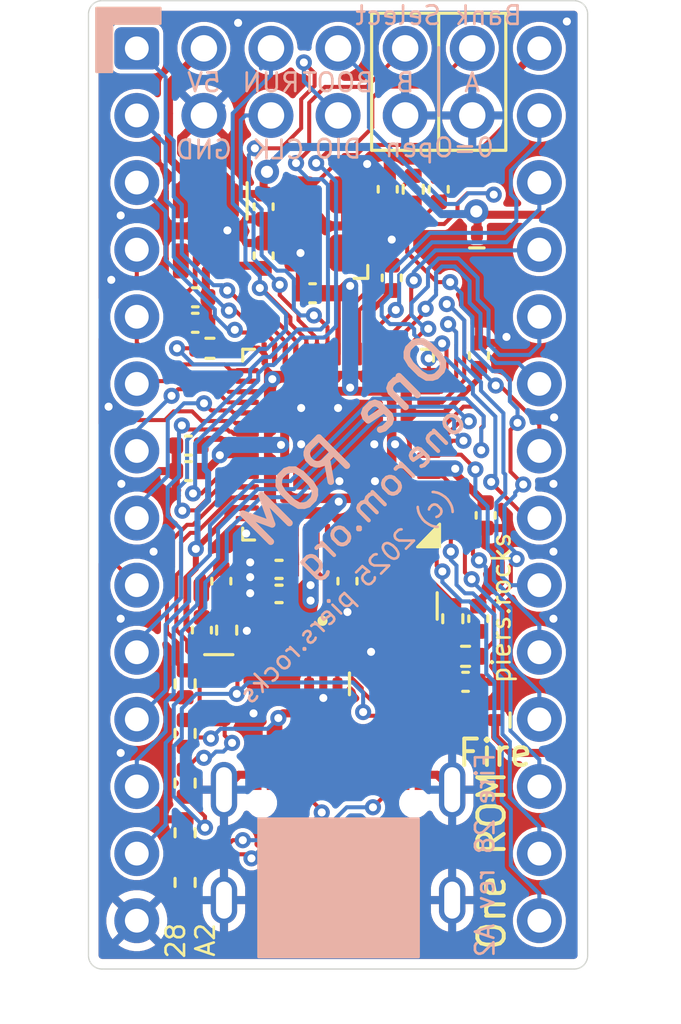
<source format=kicad_pcb>
(kicad_pcb (version 20241229) (generator "pcbnew") (generator_version "9.0")
  (layers (0 "F.Cu" signal) (2 "B.Cu" signal) (13 "F.Paste" user) (15 "B.Paste" user) (5 "F.SilkS" user "F.Silkscreen") (7 "B.SilkS" user "B.Silkscreen") (1 "F.Mask" user) (3 "B.Mask" user) (25 "Edge.Cuts" user))
  (net 0 "")
  (net 1 "Net-(U1-VREG_AVDD)")
  (net 2 "GND")
  (net 3 "+5V")
  (net 4 "+3V3")
  (net 5 "+1V1")
  (net 6 "SWCLK")
  (net 7 "SWDIO")
  (net 8 "A2")
  (net 9 "Net-(U1-XIN)")
  (net 10 "Net-(U1-XOUT)")
  (net 11 "BOOT")
  (net 12 "A0")
  (net 13 "A8")
  (net 14 "D1")
  (net 15 "D4")
  (net 16 "A11")
  (net 17 "D2")
  (net 18 "A12")
  (net 19 "RUN")
  (net 20 "D5")
  (net 21 "VHOST")
  (net 22 "Net-(U1-VREG_LX)")
  (net 23 "QSPI_SS")
  (net 24 "D6")
  (net 25 "QSPI_SD3")
  (net 26 "A9")
  (net 27 "A4")
  (net 28 "D3")
  (net 29 "QSPI_SD1")
  (net 30 "A3")
  (net 31 "A1")
  (net 32 "D7")
  (net 33 "A7")
  (net 34 "A5")
  (net 35 "A10")
  (net 36 "QSPI_SD0")
  (net 37 "QSPI_SCLK")
  (net 38 "D0")
  (net 39 "VBUS")
  (net 40 "QSPI_SD2")
  (net 41 "VBUS_DET")
  (net 43 "A6")
  (net 44 "Net-(D1-A)")
  (net 45 "Net-(C19-Pad1)")
  (net 46 "LED0")
  (net 48 "SEL_B")
  (net 49 "SEL_A")
  (net 50 "D-")
  (net 51 "D+")
  (net 52 "Net-(J1-D+-PadA6)")
  (net 53 "Net-(J1-D--PadA7)")
  (net 54 "Net-(J1-CC1)")
  (net 55 "Net-(J1-CC2)")
  (net 57 "~{OE}")
  (net 58 "A13")
  (net 59 "CS3{slash}A14")
  (net 60 "~{CE}")
  (net 61 "A15")
  (footprint "Capacitor_SMD:C_0402_1005Metric" (layer "F.Cu") (at 114.808 49.4284 -90)
    (property "Reference" "C4" (hide yes))
    (property "Value" "0.1uF")
  )
  (footprint "RP2350_60QFN_minimal:C_0402_1005Metric_small_pads" (layer "F.Cu") (at 106.99069 52.411843 180)
    (property "Reference" "C17" (hide yes))
    (property "Value" "4.7uF")
  )
  (footprint "Capacitor_SMD:C_0402_1005Metric" (layer "F.Cu") (at 111.0996 37.084 90)
    (property "Reference" "C19" (hide yes))
    (property "Value" "15pF")
  )
  (footprint "Capacitor_SMD:C_0402_1005Metric" (layer "F.Cu") (at 113.03 37.084 90)
    (property "Reference" "C18" (hide yes))
    (property "Value" "15pF")
  )
  (footprint "Package_SON:Winbond_USON-8-1EP_3x2mm_P0.5mm_EP0.2x1.6mm" (layer "F.Cu") (at 111.8362 54.2798 -90)
    (property "Reference" "U5" (hide yes))
    (property "Value" "W25Q16JVSS")
  )
  (footprint "Package_TO_SOT_SMD:SOT-23-5" (layer "F.Cu") (at 104.2162 38.6588 -90)
    (property "Reference" "U3" (hide yes))
    (property "Value" "AP2112K-3.3")
  )
  (footprint "Resistor_SMD:R_0402_1005Metric" (layer "F.Cu") (at 103.4288 61.4426 -90)
    (property "Reference" "R9" (hide yes))
    (property "Value" "5K1")
  )
  (footprint "Capacitor_SMD:C_0402_1005Metric" (layer "F.Cu") (at 103.5558 46.7868 180)
    (property "Reference" "C6" (hide yes))
    (property "Value" "0.1uF")
  )
  (footprint "Resistor_SMD:R_0402_1005Metric" (layer "F.Cu") (at 103.4288 63.3222 90)
    (property "Reference" "R10" (hide yes))
    (property "Value" "5K1")
  )
  (footprint "Capacitor_SMD:C_0402_1005Metric" (layer "F.Cu") (at 111.252 40.4368 90)
    (property "Reference" "C8" (hide yes))
    (property "Value" "0.1uF")
  )
  (footprint "RP2350_60QFN_minimal:L_pol_2016" (layer "F.Cu") (at 107.3404 54.088243 180)
    (property "Reference" "L1" (hide yes))
    (property "Value" "3.3u")
  )
  (footprint "RP2350_60QFN_minimal:C_0402_1005Metric_small_pads" (layer "F.Cu") (at 106.99069 51.472043 180)
    (property "Reference" "C16" (hide yes))
    (property "Value" "4.7uF")
  )
  (footprint "Diode_SMD:D_SOD-323" (layer "F.Cu") (at 114.1222 57.1754 180)
    (property "Reference" "D3" (hide yes))
    (property "Value" "1N5819WS")
  )
  (footprint "Capacitor_SMD:C_0402_1005Metric" (layer "F.Cu") (at 108.2548 41.021 180)
    (property "Reference" "C3" (hide yes))
    (property "Value" "4.7uF")
  )
  (footprint "Capacitor_SMD:C_0402_1005Metric" (layer "F.Cu") (at 109.5756 51.9176 -90)
    (property "Reference" "C11" (hide yes))
    (property "Value" "0.1uF")
  )
  (footprint "Connector_PinHeader_2.54mm:PinHeader_1x02_P2.54mm_Vertical" (layer "F.Cu") (at 104.14 31.75)
    (property "Reference" "J3" (hide yes))
    (property "Value" "Conn_01x02_Pin")
  )
  (footprint "Resistor_SMD:R_0402_1005Metric" (layer "F.Cu") (at 103.4288 57.6834 90)
    (property "Reference" "R7" (hide yes))
    (property "Value" "10K")
  )
  (footprint "Resistor_SMD:R_0402_1005Metric" (layer "F.Cu") (at 113.5634 53.34 -90)
    (property "Reference" "R3" (hide yes))
    (property "Value" "10K")
  )
  (footprint "Diode_SMD:D_SOD-323" (layer "F.Cu") (at 114.4778 37.6936 90)
    (property "Reference" "D2" (hide yes))
    (property "Value" "1N5819WS")
  )
  (footprint "Resistor_SMD:R_0402_1005Metric" (layer "F.Cu") (at 114.046 54.7624)
    (property "Reference" "R2" (hide yes))
    (property "Value" "1K")
  )
  (footprint "Crystal:Crystal_SMD_Abracon_ABM8G-4Pin_3.2x2.5mm" (layer "F.Cu") (at 108.6358 38.397 90)
    (property "Reference" "Y1" (hide yes))
    (property "Value" "Crystal_GND24")
  )
  (footprint "Package_TO_SOT_SMD:SOT-666" (layer "F.Cu") (at 108.6612 56.6674 -90)
    (property "Reference" "U4" (hide yes))
    (property "Value" "USBLC6-2P6")
  )
  (footprint "Capacitor_SMD:C_0402_1005Metric" (layer "F.Cu") (at 103.815 41.1734 180)
    (property "Reference" "C7" (hide yes))
    (property "Value" "4.7uF")
  )
  (footprint "RP2350_60QFN_minimal:RP2350-QFN-60-1EP_7x7_P0.4mm_EP3.4x3.4mm_ThermalVias" (layer "F.Cu") (at 109.22 46.7502 180)
    (property "Reference" "U1" (hide yes))
    (property "Value" "RP2350_60QFN")
  )
  (footprint "Resistor_SMD:R_0402_1005Metric" (layer "F.Cu") (at 112.0648 37.084 90)
    (property "Reference" "R6" (hide yes))
    (property "Value" "1K")
  )
  (footprint "Capacitor_SMD:C_0402_1005Metric" (layer "F.Cu") (at 106.4006 39.5986 90)
    (property "Reference" "C2" (hide yes))
    (property "Value" "4.7uF")
  )
  (footprint "Capacitor_SMD:C_0402_1005Metric" (layer "F.Cu") (at 106.4006 37.7444 -90)
    (property "Reference" "C1" (hide yes))
    (property "Value" "4.7uF")
  )
  (footprint "Capacitor_SMD:C_0402_1005Metric" (layer "F.Cu") (at 103.5558 47.752 180)
    (property "Reference" "C5" (hide yes))
    (property "Value" "0.1uF")
  )
  (footprint "piers footprints:PinHeader_2x04_P2.54mm_Vertical custom silkscreen" (layer "F.Cu") (at 114.3 31.75 -90)
    (property "Reference" "J2" (hide yes))
    (property "Value" "Conn_02x04_Odd_Even" (hide yes))
  )
  (footprint "Resistor_SMD:R_0402_1005Metric" (layer "F.Cu") (at 105.0036 53.7718 -90)
    (property "Reference" "R4" (hide yes))
    (property "Value" "33R")
  )
  (footprint "piers retro footprints:28 pin rom footprint" (layer "F.Cu") (at 101.6 31.75)
    (property "Reference" "U2" (hide yes))
    (property "Value" "28 Pin ROM")
  )
  (footprint "Capacitor_SMD:C_0402_1005Metric" (layer "F.Cu") (at 114.5286 53.34 90)
    (property "Reference" "C13" (hide yes))
    (property "Value" "4.7uF")
  )
  (footprint "Capacitor_SMD:C_0402_1005Metric" (layer "F.Cu") (at 103.8124 42.1386 180)
    (property "Reference" "C10" (hide yes))
    (property "Value" "0.1uF")
  )
  (footprint "Resistor_SMD:R_0402_1005Metric" (layer "F.Cu") (at 104.3686 43.1038)
    (property "Reference" "R1" (hide yes))
    (property "Value" "10K")
  )
  (footprint "Resistor_SMD:R_0402_1005Metric" (layer "F.Cu") (at 103.4288 55.8038 -90)
    (property "Reference" "R8" (hide yes))
    (property "Value" "10K")
  )
  (footprint "Capacitor_SMD:C_0402_1005Metric" (layer "F.Cu") (at 114.554 43.3832 90)
    (property "Reference" "C12" (hide yes))
    (property "Value" "0.1uF")
  )
  (footprint "Capacitor_SMD:C_0402_1005Metric" (layer "F.Cu") (at 114.046 55.7276)
    (property "Reference" "C14" (hide yes))
    (property "Value" "0.1uF")
  )
  (footprint "Capacitor_SMD:C_0402_1005Metric" (layer "F.Cu") (at 104.8004 51.9176 90)
    (property "Reference" "C15" (hide yes))
    (property "Value" "4.7uF")
  )
  (footprint "piers retro footprints:USB_C_connector_c2765186" (layer "F.Cu") (at 109.22 62.9158)
    (property "Reference" "J1" (hide yes))
    (property "Value" "USB_C_Receptacle_USB2.0_16P")
  )
  (footprint "Capacitor_SMD:C_0402_1005Metric" (layer "F.Cu") (at 104.0638 53.7718 90)
    (property "Reference" "C9" (hide yes))
    (property "Value" "0.1uF")
  )
  (footprint "LED_SMD:LED_0603_1608Metric" (layer "F.Cu") (at 104.6988 56.1849 -90)
    (property "Reference" "D1" (hide yes))
    (property "Value" "LED_Small")
  )
  (footprint "Resistor_SMD:R_0402_1005Metric" (layer "F.Cu") (at 103.4288 59.563 90)
    (property "Reference" "R5" (hide yes))
    (property "Value" "1K")
  )
  (gr_poly (pts (xy 106.084073 51.586602) (xy 105.6894 51.4604) (xy 105.6894 51.1048) (xy 105.83075 51.0032) (xy 106.0704 51.0032) (xy 106.250819 50.984608) (xy 106.7308 50.8) (xy 106.7816 50.7746) (xy 106.356169 51.314506)) (stroke (width 0.2)) (fill yes) (layer "F.Cu") (net 2))
  (gr_poly (pts (xy 106.99069 52.785832) (xy 106.78749 52.963632) (xy 106.553 52.989032) (xy 106.3752 53.268432) (xy 106.3752 53.8988) (xy 106.5784 53.985349) (xy 106.99069 53.290475)) (stroke (width 0.2)) (fill yes) (layer "F.Cu") (net 22))
  (gr_poly (pts (xy 106.4768 51.054) (xy 106.0704 51.054) (xy 105.7656 51.3334) (xy 105.6894 51.4604) (xy 105.6894 52.4256) (xy 105.8926 52.578) (xy 106.2228 52.578) (xy 106.6038 52.578) (xy 106.6038 51.0032)) (stroke (width 0.2)) (fill yes) (layer "F.Cu") (net 2))
  (gr_poly (pts (xy 107.744837 53.688865) (xy 107.430279 53.213) (xy 107.370769 52.662299) (xy 107.668637 52.545865) (xy 108.380693 52.703893) (xy 108.2802 53.2384)) (stroke (width 0.2)) (fill yes) (layer "F.Cu") (net 5))
  (gr_poly (pts (xy 107.625573 50.5206) (xy 107.6452 50.9651) (xy 107.6452 51.2826) (xy 107.3658 51.260297) (xy 107.619014 50.9535)) (stroke (width 0.2)) (fill yes) (layer "F.Cu") (net 4))
  (gr_line (start 107.0991 52.7304) (end 106.8705 52.7304) (stroke (width 0.127)) (layer "F.SilkS"))
  (gr_poly (pts (xy 100.076 30.226) (xy 102.489 30.226) (xy 102.489 30.8102) (xy 100.6602 30.8102) (xy 100.6602 32.639) (xy 100.076 32.639)) (stroke (width 0.1)) (fill yes) (layer "F.SilkS"))
  (gr_line (start 107.0991 51.816) (end 106.8705 51.816) (stroke (width 0.127)) (layer "F.SilkS"))
  (gr_line (start 107.0991 51.1302) (end 106.8705 51.1302) (stroke (width 0.127)) (layer "F.SilkS"))
  (gr_line (start 107.0991 52.07) (end 106.8705 52.07) (stroke (width 0.127)) (layer "F.SilkS"))
  (gr_rect (start 106.2101 60.9092) (end 112.268 66.1416) (stroke (width 0.1)) (fill yes) (layer "B.SilkS"))
  (gr_line (start 113.03 31.7104) (end 113.03 34.3012) (stroke (width 0.1)) (layer "B.SilkS"))
  (gr_poly (pts (xy 100.076 30.226) (xy 100.076 32.639) (xy 100.6602 32.639) (xy 100.6602 30.8102) (xy 102.489 30.8102) (xy 102.489 30.226)) (stroke (width 0.1)) (fill yes) (layer "B.SilkS"))
  (gr_line (start 118.6688 30.4546) (end 118.6688 66.0908) (stroke (width 0.05)) (layer "Edge.Cuts"))
  (gr_arc (start 118.1608 29.9466) (mid 118.52001 30.09539) (end 118.6688 30.4546) (stroke (width 0.05)) (layer "Edge.Cuts"))
  (gr_line (start 100.27899 29.9466) (end 118.1608 29.9466) (stroke (width 0.05)) (layer "Edge.Cuts"))
  (gr_arc (start 99.77099 30.4546) (mid 99.91978 30.09539) (end 100.27899 29.9466) (stroke (width 0.05)) (layer "Edge.Cuts"))
  (gr_arc (start 118.6688 66.0908) (mid 118.520014 66.450017) (end 118.1608 66.5988) (stroke (width 0.05)) (layer "Edge.Cuts"))
  (gr_line (start 99.77099 66.0908) (end 99.77099 30.4546) (stroke (width 0.05)) (layer "Edge.Cuts"))
  (gr_arc (start 100.2792 66.5988) (mid 99.919993 66.45001) (end 99.7712 66.0908) (stroke (width 0.05)) (layer "Edge.Cuts"))
  (gr_line (start 118.1608 66.5988) (end 100.2792 66.5988) (stroke (width 0.05)) (layer "Edge.Cuts"))
  (gr_text "piers.rocks" (at 115.3922 52.9336 90) (layer "F.SilkS") (effects (font (size 0.7 0.7) (thickness 0.1))))
  (gr_text "28\nA2" (at 103.632 64.7954 90) (layer "F.SilkS") (effects (font (size 0.7 0.7) (thickness 0.1)) (justify right)))
  (gr_text "One ROM" (at 115.0366 62.484 90) (layer "F.SilkS") (effects (font (size 1 1))))
  (gr_text "Fire" (at 115.1636 58.42 0) (layer "F.SilkS") (effects (font (size 1 1))))
  (gr_text "CLK" (at 106.9594 35.5854 0) (layer "B.SilkS") (effects (font (size 0.7 0.7) (thickness 0.1)) (justify mirror)))
  (gr_text "GND" (at 104.14 35.5854 0) (layer "B.SilkS") (effects (font (size 0.7 0.7) (thickness 0.1)) (justify mirror)))
  (gr_text "(c) 2025 piers.rocks" (at 109.5248 52.5018 45) (layer "B.SilkS") (effects (font (size 0.7 0.7) (thickness 0.1)) (justify mirror)))
  (gr_text "B" (at 111.76 33.0454 0) (layer "B.SilkS") (effects (font (size 0.7 0.7) (thickness 0.1)) (justify mirror)))
  (gr_text "Bank Select" (at 113.03 30.5054 0) (layer "B.SilkS") (effects (font (size 0.7 0.7) (thickness 0.1)) (justify mirror)))
  (gr_text "onerom.org" (at 110.8202 48.5394 45) (layer "B.SilkS") (effects (font (size 1 1)) (justify mirror)))
  (gr_text "5V" (at 104.14 33.0454 0) (layer "B.SilkS") (effects (font (size 0.7 0.7) (thickness 0.1)) (justify mirror)))
  (gr_text "A" (at 114.3 33.0454 0) (layer "B.SilkS") (effects (font (size 0.7 0.7) (thickness 0.1)) (justify mirror)))
  (gr_text "BOOT" (at 109.22 33.0454 0) (layer "B.SilkS") (effects (font (size 0.7 0.7) (thickness 0.1)) (justify mirror)))
  (gr_text "DIO" (at 109.22 35.56 0) (layer "B.SilkS") (effects (font (size 0.7 0.7) (thickness 0.1)) (justify mirror)))
  (gr_text "RUN" (at 106.68 33.0454 0) (layer "B.SilkS") (effects (font (size 0.7 0.7) (thickness 0.1)) (justify mirror)))
  (gr_text "One ROM" (at 109.5248 46.609 45) (layer "B.SilkS") (effects (font (size 1.5 1.5) (thickness 0.25) (bold yes)) (justify mirror)))
  (gr_text "0=Open" (at 113.0554 35.5092 0) (layer "B.SilkS") (effects (font (size 0.7 0.7) (thickness 0.1)) (justify mirror)))
  (gr_text "Fire 28 rev A2" (at 114.7826 66.2178 90) (layer "B.SilkS") (effects (font (size 0.7 0.7) (thickness 0.1)) (justify right mirror)))
  (segment (start 105.608737 50.719337) (end 105.34 50.988075) (width 0.1524) (layer "F.Cu") (net 1))
  (segment (start 106.42 50.1877) (end 105.9434 50.6643) (width 0.1524) (layer "F.Cu") (net 1))
  (segment (start 105.9434 50.6643) (end 105.942148 50.663048) (width 0.1524) (layer "F.Cu") (net 1))
  (segment (start 105.34 51.858) (end 104.8004 52.3976) (width 0.1524) (layer "F.Cu") (net 1))
  (segment (start 105.665026 50.663048) (end 105.608737 50.719337) (width 0.1524) (layer "F.Cu") (net 1))
  (segment (start 105.608737 50.719337) (end 105.34 50.988074) (width 0.1524) (layer "F.Cu") (net 1))
  (segment (start 104.8004 52.3976) (end 104.8004 53.2872) (width 0.1524) (layer "F.Cu") (net 1))
  (segment (start 105.942148 50.663048) (end 105.665026 50.663048) (width 0.1524) (layer "F.Cu") (net 1))
  (segment (start 105.34 50.988075) (end 105.34 51.858) (width 0.1524) (layer "F.Cu") (net 1))
  (segment (start 112.57 59.2458) (end 112.975 59.2458) (width 0.3048) (layer "F.Cu") (net 2))
  (segment (start 108.6612 55.7424) (end 108.6612 56.33926) (width 0.2032) (layer "F.Cu") (net 2))
  (segment (start 106.4006 39.1186) (end 107.4074 39.1186) (width 0.3048) (layer "F.Cu") (net 2))
  (segment (start 105.4862 53.7718) (end 104.5438 53.7718) (width 0.1524) (layer "F.Cu") (net 2))
  (segment (start 102.7112 40.1638) (end 102.705 40.1576) (width 0.2032) (layer "F.Cu") (net 2))
  (segment (start 107.5208 39.762) (end 107.7858 39.497) (width 0.3048) (layer "F.Cu") (net 2))
  (segment (start 107.7748 39.508) (end 107.7858 39.497) (width 0.3048) (layer "F.Cu") (net 2))
  (segment (start 104.394 33.9344) (end 104.394 34.6436) (width 0.1524) (layer "F.Cu") (net 2))
  (segment (start 106.1466 51.40277) (end 106.1466 51.816) (width 0.2286) (layer "F.Cu") (net 2))
  (segment (start 110.5408 37.1628) (end 111.0996 36.604) (width 0.3048) (layer "F.Cu") (net 2))
  (segment (start 107.4074 39.1186) (end 107.7858 39.497) (width 0.3048) (layer "F.Cu") (net 2))
  (segment (start 103.8085 39.9301) (end 103.9622 39.7764) (width 0.1778) (layer "F.Cu") (net 2))
  (segment (start 107.7748 41.021) (end 107.7748 39.508) (width 0.3048) (layer "F.Cu") (net 2))
  (segment (start 102.705 36.3602) (end 102.3112 35.9664) (width 0.2032) (layer "F.Cu") (net 2))
  (segment (start 109.4858 37.297) (end 109.4858 37.797) (width 0.3048) (layer "F.Cu") (net 2))
  (segment (start 103.335 41.1734) (end 103.335 41.1682) (width 0.1778) (layer "F.Cu") (net 2))
  (segment (start 102.705 37.0586) (end 102.705 36.8426) (width 0.2032) (layer "F.Cu") (net 2))
  (segment (start 104.0638 52.1742) (end 104.8004 51.4376) (width 0.3048) (layer "F.Cu") (net 2))
  (segment (start 114.5286 52.86) (end 114.5286 52.705) (width 0.3048) (layer "F.Cu") (net 2))
  (segment (start 102.705 40.1576) (end 102.705 37.0586) (width 0.2032) (layer "F.Cu") (net 2))
  (segment (start 104.0638 53.2918) (end 104.0638 52.1742) (width 0.3048) (layer "F.Cu") (net 2))
  (segment (start 105.478327 50.37503) (end 105.2576 50.37503) (width 0.2286) (layer "F.Cu") (net 2))
  (segment (start 105.87 59.2458) (end 105.465 59.2458) (width 0.3048) (layer "F.Cu") (net 2))
  (segment (start 111.252 38.989) (end 111.252 39.9568) (width 0.3048) (layer "F.Cu") (net 2))
  (segment (start 109.4858 37.297) (end 110.4066 37.297) (width 0.3048) (layer "F.Cu") (net 2))
  (segment (start 104.2162 37.5213) (end 104.2162 38.6334) (width 0.6096) (layer "F.Cu") (net 2))
  (segment (start 105.2576 50.37503) (end 104.8004 50.83223) (width 0.2286) (layer "F.Cu") (net 2))
  (segment (start 111.0862 52.8548) (end 111.0862 53.709) (width 0.2286) (layer "F.Cu") (net 2))
  (segment (start 115.062 52.1716) (end 115.062 52.0954) (width 0.3048) (layer "F.Cu") (net 2))
  (segment (start 106.1466 51.7906) (end 105.7402 52.197) (width 0.1524) (layer "F.Cu") (net 2))
  (segment (start 112.975 59.2458) (end 113.54 59.8108) (width 0.3048) (layer "F.Cu") (net 2))
  (segment (start 106.4006 39.1186) (end 106.4006 39.116) (width 0.3048) (layer "F.Cu") (net 2))
  (segment (start 104.8004 50.83223) (end 104.8004 51.4376) (width 0.2286) (layer "F.Cu") (net 2))
  (segment (start 104.5438 53.7718) (end 104.0638 53.2918) (width 0.1524) (layer "F.Cu") (net 2))
  (segment (start 105.739606 50.113751) (end 105.478327 50.37503) (width 0.2286) (layer "F.Cu") (net 2))
  (segment (start 109.5756 52.3976) (end 109.5756 53.086) (width 0.3048) (layer "F.Cu") (net 2))
  (segment (start 103.335 41.1682) (end 103.8085 40.6947) (width 0.1778) (layer "F.Cu") (net 2))
  (segment (start 114.5286 52.705) (end 115.062 52.1716) (width 0.3048) (layer "F.Cu") (net 2))
  (segment (start 106.4006 38.2244) (end 106.4006 38.227) (width 0.3048) (layer "F.Cu") (net 2))
  (segment (start 103.8085 40.6947) (end 103.8085 39.9301) (width 0.1778) (layer "F.Cu") (net 2))
  (segment (start 105.465 59.2458) (end 104.9 59.8108) (width 0.3048) (layer "F.Cu") (net 2))
  (segment (start 102.705 37.0586) (end 102.705 36.3602) (width 0.2032) (layer "F.Cu") (net 2))
  (segment (start 106.4006 39.1186) (end 106.4006 38.2244) (width 0.3048) (layer "F.Cu") (net 2))
  (segment (start 110.4066 37.297) (end 110.5408 37.1628) (width 0.3048) (layer "F.Cu") (net 2))
  (segment (start 103.0758 46.7868) (end 103.0758 47.752) (width 0.3048) (layer "F.Cu") (net 2))
  (via (at 110.617 48.133) (size 0.6096) (drill 0.3048) (layers "F.Cu" "B.Cu") (net 2))
  (via (at 109.2708 48.133) (size 0.6096) (drill 0.3048) (layers "F.Cu" "B.Cu") (net 2))
  (via (at 110.320908 36.128097) (size 0.6096) (drill 0.3048) (layers "F.Cu" "B.Cu") (net 2))
  (via (at 107.823 46.736) (size 0.6096) (drill 0.3048) (layers "F.Cu" "B.Cu") (net 2))
  (via (at 105.030275 38.640999) (size 0.6096) (drill 0.3048) (layers "F.Cu" "B.Cu") (net 2))
  (via (at 115.5954 42.672) (size 0.6096) (drill 0.3048) (layers "F.Cu" "B.Cu") (net 2))
  (via (at 100.9904 53.34) (size 0.6096) (drill 0.3048) (layers "F.Cu" "B.Cu") (net 2))
  (via (at 105.739606 50.113751) (size 0.6096) (drill 0.3048) (layers "F.Cu" "B.Cu") (net 2))
  (via (at 100.9904 58.42) (size 0.6096) (drill 0.3048) (layers "F.Cu" "B.Cu") (net 2))
  (via (at 117.3734 48.2346) (size 0.6096) (drill 0.3048) (layers "F.Cu" "B.Cu") (net 2))
  (via (at 105.8926 51.7652) (size 0.6096) (drill 0.3048) (layers "F.Cu" "B.Cu") (net 2))
  (via (at 117.3734 53.34) (size 0.6096) (drill 0.3048) (layers "F.Cu" "B.Cu") (net 2))
  (via (at 109.5756 53.086) (size 0.6096) (drill 0.3048) (layers "F.Cu" "B.Cu") (net 2))
  (via (at 100.5332 45.3136) (size 0.6096) (drill 0.3048) (layers "F.Cu" "B.Cu") (net 2))
  (via (at 111.252 38.989) (size 0.6096) (drill 0.3048) (layers "F.Cu" "B.Cu") (net 2))
  (via (at 117.3734 50.8) (size 0.6096) (drill 0.3048) (layers "F.Cu" "B.Cu") (net 2))
  (via (at 100.9904 38.0746) (size 0.6096) (drill 0.3048) (layers "F.Cu" "B.Cu") (net 2))
  (via (at 101.0158 48.2346) (size 0.6096) (drill 0.3048) (layers "F.Cu" "B.Cu") (net 2))
  (via (at 107.7976 39.497) (size 0.6096) (drill 0.3048) (layers "F.Cu" "B.Cu") (net 2))
  (via (at 100.6348 40.513) (size 0.6096) (drill 0.3048) (layers "F.Cu" "B.Cu") (net 2))
  (via (at 105.7656 53.7972) (size 0.6096) (drill 0.3048) (layers "F.Cu" "B.Cu") (net 2))
  (via (at 108.6612 56.33926) (size 0.6096) (drill 0.3048) (layers "F.Cu" "B.Cu") (net 2))
  (via (at 102.235 50.8) (size 0.6096) (drill 0.3048) (layers "F.Cu" "B.Cu") (net 2))
  (via (at 117.3988 45.72) (size 0.6096) (drill 0.3048) (layers "F.Cu" "B.Cu") (net 2))
  (via (at 105.4354 30.7848) (size 0.6096) (drill 0.3048) (layers "F.Cu" "B.Cu") (net 2))
  (via (at 107.823 45.3644) (size 0.6096) (drill 0.3048) (layers "F.Cu" "B.Cu") (net 2))
  (via (at 109.22 45.3644) (size 0.6096) (drill 0.3048) (layers "F.Cu" "B.Cu") (net 2))
  (via (at 110.5916 46.736) (size 0.6096) (drill 0.3048) (layers "F.Cu" "B.Cu") (net 2))
  (via (at 117.8814 30.734) (size 0.6096) (drill 0.3048) (layers "F.Cu" "B.Cu") (net 2))
  (via (at 110.4696 54.593804) (size 0.6096) (drill 0.3048) (layers "F.Cu" "B.Cu") (net 2))
  (via (at 106.0196 56.9214) (size 0.6096) (drill 0.3048) (layers "F.Cu" "B.Cu") (net 2))
  (via (at 105.8926 52.3748) (size 0.6096) (drill 0.3048) (layers "F.Cu" "B.Cu") (net 2))
  (via (at 105.8926 51.2064) (size 0.6096) (drill 0.3048) (layers "F.Cu" "B.Cu") (net 2))
  (segment (start 104.394 33.9344) (end 104.8766 33.9344) (width 0.1524) (layer "B.Cu") (net 2))
  (segment (start 115.7732 58.42) (end 115.1722 57.819) (width 0.3048) (layer "F.Cu") (net 3))
  (segment (start 106.5286 36.4236) (end 106.4006 36.5516) (width 0.3048) (layer "F.Cu") (net 3))
  (segment (start 104.14 31.75) (end 102.8192 33.0708) (width 0.3048) (layer "F.Cu") (net 3))
  (segment (start 103.7844 36.4236) (end 103.4796 36.7284) (width 0.3048) (layer "F.Cu") (net 3))
  (segment (start 105.1662 37.5213) (end 105.1662 36.8148) (width 0.3048) (layer "F.Cu") (net 3))
  (segment (start 114.50162 38.688713) (end 114.4778 38.712533) (width 0.3048) (layer "F.Cu") (net 3))
  (segment (start 102.8192 33.0708) (end 102.8192 34.2138) (width 0.3048) (layer "F.Cu") (net 3))
  (segment (start 105.4231 37.2644) (end 105.1662 37.5213) (width 0.3048) (layer "F.Cu") (net 3))
  (segment (start 103.2662 36.9418) (end 103.2662 37.5213) (width 0.3048) (layer "F.Cu") (net 3))
  (segment (start 103.4796 36.7284) (end 103.2662 36.9418) (width 0.3048) (layer "F.Cu") (net 3))
  (segment (start 102.8192 35.89825) (end 103.4796 36.55865) (width 0.3048) (layer "F.Cu") (net 3))
  (segment (start 114.4524 37.9222) (end 114.4524 37.937218) (width 0.3048) (layer "F.Cu") (net 3))
  (segment (start 114.4778 38.712533) (end 114.4778 38.7436) (width 0.3048) (layer "F.Cu") (net 3))
  (segment (start 115.1722 57.819) (end 115.1722 57.1754) (width 0.3048) (layer "F.Cu") (net 3))
  (segment (start 102.8192 34.2138) (end 102.8192 35.89825) (width 0.3048) (layer "F.Cu") (net 3))
  (segment (start 117.2718 38.0492) (end 118.0592 38.8366) (width 0.3048) (layer "F.Cu") (net 3))
  (segment (start 104.775 36.4236) (end 103.7844 36.4236) (width 0.3048) (layer "F.Cu") (net 3))
  (segment (start 114.498025 38.020205) (end 114.52702 38.0492) (width 0.3048) (layer "F.Cu") (net 3))
  (segment (start 103.4796 36.55865) (end 103.4796 36.7284) (width 0.3048) (layer "F.Cu") (net 3))
  (segment (start 105.1662 36.8148) (end 104.775 36.4236) (width 0.3048) (layer "F.Cu") (net 3))
  (segment (start 114.50162 37.986438) (end 114.50162 38.688713) (width 0.3048) (layer "F.Cu") (net 3))
  (segment (start 114.4524 37.9222) (end 114.498025 37.967825) (width 0.3048) (layer "F.Cu") (net 3))
  (segment (start 114.498025 37.967825) (end 114.498025 38.020205) (width 0.3048) (layer "F.Cu") (net 3))
  (segment (start 106.4006 37.2644) (end 105.4231 37.2644) (width 0.3048) (layer "F.Cu") (net 3))
  (segment (start 114.52702 38.0492) (end 117.2718 38.0492) (width 0.3048) (layer "F.Cu") (net 3))
  (segment (start 106.4006 36.5516) (end 106.4006 37.2644) (width 0.3048) (layer "F.Cu") (net 3))
  (segment (start 118.0592 57.8612) (end 117.5004 58.42) (width 0.3048) (layer "F.Cu") (net 3))
  (segment (start 118.0592 38.8366) (end 118.0592 57.8612) (width 0.3048) (layer "F.Cu") (net 3))
  (segment (start 114.4524 37.937218) (end 114.50162 37.986438) (width 0.3048) (layer "F.Cu") (net 3))
  (segment (start 117.5004 58.42) (end 115.7732 58.42) (width 0.3048) (layer "F.Cu") (net 3))
  (via (at 106.5286 36.4236) (size 0.9144) (drill 0.4572) (layers "F.Cu" "B.Cu") (net 3))
  (via (at 114.4524 37.9222) (size 0.9144) (drill 0.4572) (layers "F.Cu" "B.Cu") (net 3))
  (segment (start 107.338985 35.4838) (end 110.5916 35.4838) (width 0.3048) (layer "B.Cu") (net 3))
  (segment (start 106.935904 35.888296) (end 106.935904 35.886881) (width 0.3048) (layer "B.Cu") (net 3))
  (segment (start 114.49443 38.0238) (end 114.498025 38.027395) (width 0.3048) (layer "B.Cu") (net 3))
  (segment (start 110.5916 35.4838) (end 113.1316 38.0238) (width 0.3048) (layer "B.Cu") (net 3))
  (segment (start 114.498025 38.027395) (end 114.498025 37.967825) (width 0.3048) (layer "B.Cu") (net 3))
  (segment (start 114.498025 37.967825) (end 114.4524 37.9222) (width 0.3048) (layer "B.Cu") (net 3))
  (segment (start 113.1316 38.0238) (end 114.49443 38.0238) (width 0.3048) (layer "B.Cu") (net 3))
  (segment (start 106.7308 36.2214) (end 106.7308 36.0934) (width 0.3048) (layer "B.Cu") (net 3))
  (segment (start 106.5286 36.4236) (end 106.7308 36.2214) (width 0.3048) (layer "B.Cu") (net 3))
  (segment (start 106.7308 36.0934) (end 106.935904 35.888296) (width 0.3048) (layer "B.Cu") (net 3))
  (segment (start 106.935904 35.886881) (end 107.338985 35.4838) (width 0.3048) (layer "B.Cu") (net 3))
  (segment (start 104.2924 42.5176) (end 104.8786 43.1038) (width 0.3048) (layer "F.Cu") (net 4))
  (segment (start 107.62 50.1877) (end 107.62 49.6572) (width 0.2286) (layer "F.Cu") (net 4))
  (segment (start 104.5519 39.7963) (end 104.2136 40.1346) (width 0.3048) (layer "F.Cu") (net 4))
  (segment (start 111.576291 57.012) (end 112.149491 56.4388) (width 0.1524) (layer "F.Cu") (net 4))
  (segment (start 106.3016 39.9796) (end 105.3495 39.9796) (width 0.3048) (layer "F.Cu") (net 4))
  (segment (start 112.5474 49.6062) (end 112.5474 51.7906) (width 0.3048) (layer "F.Cu") (net 4))
  (segment (start 109.62 51.3932) (end 109.5756 51.4376) (width 0.2286) (layer "F.Cu") (net 4))
  (segment (start 112.2172 56.4388) (end 112.5862 56.0698) (width 0.1524) (layer "F.Cu") (net 4))
  (segment (start 106.3102 46.7502) (end 106.5276 46.5328) (width 0.2286) (layer "F.Cu") (net 4))
  (segment (start 104.2136 41.1988) (end 104.2136 42.1614) (width 0.3048) (layer "F.Cu") (net 4))
  (segment (start 113.5634 52.8828) (end 114.455 53.7744) (width 0.3048) (layer "F.Cu") (net 4))
  (segment (start 105.7825 49.1502) (end 105.2818 49.1502) (width 0.2286) (layer "F.Cu") (net 4))
  (segment (start 114.554 44.241068) (end 113.507153 45.287915) (width 0.2286) (layer "F.Cu") (net 4))
  (segment (start 112.6575 45.5502) (end 112.149 45.5502) (width 0.2286) (layer "F.Cu") (net 4))
  (segment (start 112.175626 49.4952) (end 111.903 49.4952) (width 0.2032) (layer "F.Cu") (net 4))
  (segment (start 105.41 54.6882) (end 105.41 56.134) (width 0.1524) (layer "F.Cu") (net 4))
  (segment (start 110.308191 57.012) (end 111.576291 57.012) (width 0.1524) (layer "F.Cu") (net 4))
  (segment (start 107.62 49.6568) (end 107.8484 49.4284) (width 0.2286) (layer "F.Cu") (net 4))
  (segment (start 105.7825 46.7502) (end 106.3132 46.7502) (width 0.2286) (layer "F.Cu") (net 4))
  (segment (start 112.175626 49.4952) (end 112.1062 49.4952) (width 0.2032) (layer "F.Cu") (net 4))
  (segment (start 112.6575 45.5502) (end 112.169318 45.5502) (width 0.2286) (layer "F.Cu") (net 4))
  (segment (start 105.133795 46.7502) (end 105.7825 46.7502) (width 0.2032) (layer "F.Cu") (net 4))
  (segment (start 104.2136 40.1346) (end 104.2136 41.1988) (width 0.3048) (layer "F.Cu") (net 4))
  (segment (start 110.42 43.3127) (end 110.4412 43.2915) (width 0.2286) (layer "F.Cu") (net 4))
  (segment (start 110.4412 41.7276) (end 111.252 40.9168) (width 0.2286) (layer "F.Cu") (net 4))
  (segment (start 104.0638 54.2518) (end 104.9736 54.2518) (width 0.2286) (layer "F.Cu") (net 4))
  (segment (start 109.22 51.082) (end 109.5756 51.4376) (width 0.2286) (layer "F.Cu") (net 4))
  (segment (start 109.62 50.1877) (end 109.62 49.676) (width 0.2286) (layer "F.Cu") (net 4))
  (segment (start 109.22 50.1877) (end 109.22 51.082) (width 0.2286) (layer "F.Cu") (net 4))
  (segment (start 104.8004 54.3072) (end 104.8004 54.3052) (width 0.2286) (layer "F.Cu") (net 4))
  (segment (start 104.180876 60.825076) (end 103.4288 60.073) (width 0.1524) (layer "F.Cu") (net 4))
  (segment (start 104.180876 61.244824) (end 104.180876 60.825076) (width 0.1524) (layer "F.Cu") (net 4))
  (segment (start 104.0358 46.7868) (end 104.29163 46.53097) (width 0.2286) (layer "F.Cu") (net 4))
  (segment (start 110.42 43.800882) (end 110.42 43.3127) (width 0.2286) (layer "F.Cu") (net 4))
  (segment (start 112.149 45.5502) (end 111.887 45.2882) (width 0.2286) (layer "F.Cu") (net 4))
  (segment (start 112.230626 49.5502) (end 112.175626 49.4952) (width 0.2032) (layer "F.Cu") (net 4))
  (segment (start 114.554 43.8632) (end 114.554 44.241068) (width 0.2286) (layer "F.Cu") (net 4))
  (segment (start 112.149491 56.4388) (end 112.2172 56.4388) (width 0.1524) (layer "F.Cu") (net 4))
  (segment (start 104.295 41.1734) (end 104.295 42.136) (width 0.3048) (layer "F.Cu") (net 4))
  (segment (start 105.7825 49.5502) (end 106.2026 49.5502) (width 0.2032) (layer "F.Cu") (net 4))
  (segment (start 106.299 49.4538) (end 106.6546 49.4538) (width 0.2032) (layer "F.Cu") (net 4))
  (segment (start 112.6575 49.5502) (end 112.230626 49.5502) (width 0.2032) (layer "F.Cu") (net 4))
  (segment (start 113.246281 45.5502) (end 112.6575 45.5502) (width 0.2286) (layer "F.Cu") (net 4))
  (segment (start 107.62 49.6572) (end 107.4166 49.4538) (width 0.2286) (layer "F.Cu") (net 4))
  (segment (start 104.980696 46.57914) (end 105.151756 46.7502) (width 0.2286) (layer "F.Cu") (net 4))
  (segment (start 104.2924 42.1386) (end 104.2924 42.5176) (width 0.3048) (layer "F.Cu") (net 4))
  (segment (start 113.566 55.7276) (end 112.609 55.7276) (width 0.2286) (layer "F.Cu") (net 4))
  (segment (start 104.29163 46.53097) (end 104.79053 46.53097) (width 0.2286) (layer "F.Cu") (net 4))
  (segment (start 110.168851 56.87266) (end 110.308191 57.012) (width 0.1524) (layer "F.Cu") (net 4))
  (segment (start 110.42 43.800882) (end 110.764318 44.1452) (width 0.2286) (layer "F.Cu") (net 4))
  (segment (start 111.887 45.832518) (end 111.887 46.0248) (width 0.2286) (layer "F.Cu") (net 4))
  (segment (start 104.0638 54.2518) (end 103.4796 53.6676) (width 0.2286) (layer "F.Cu") (net 4))
  (segment (start 105.7825 46.7502) (end 105.151756 46.7502) (width 0.2286) (layer "F.Cu") (net 4))
  (segment (start 106.2026 49.5502) (end 106.299 49.4538) (width 0.2032) (layer "F.Cu") (net 4))
  (segment (start 104.295 42.136) (end 104.2924 42.1386) (width 0.3048) (layer "F.Cu") (net 4))
  (segment (start 109.22 49.6824) (end 109.4232 49.4792) (width 0.2286) (layer "F.Cu") (net 4))
  (segment (start 110.4412 43.2915) (end 110.4412 41.7276) (width 0.2286) (layer "F.Cu") (net 4))
  (segment (start 104.9736 54.2518) (end 105.0036 54.2818) (width 0.2286) (layer "F.Cu") (net 4))
  (segment (start 106.3132 46.7502) (end 106.5022 46.9392) (width 0.2286) (layer "F.Cu") (net 4))
  (segment (start 109.62 50.1877) (end 109.62 49.6888) (width 0.2286) (layer "F.Cu") (net 4))
  (segment (start 109.62 51.19) (end 109.4766 51.3334) (width 0.1524) (layer "F.Cu") (net 4))
  (segment (start 105.3495 39.9796) (end 105.1662 39.7963) (width 0.3048) (layer "F.Cu") (net 4))
  (segment (start 111.887 45.2882) (end 111.887 45.1104) (width 0.2286) (layer "F.Cu") (net 4))
  (segment (start 110.42 43.800882) (end 110.0836 44.137282) (width 0.2286) (layer "F.Cu") (net 4))
  (segment (start 112.5862 56.0698) (end 112.5862 55.7048) (width 0.1524) (layer "F.Cu") (net 4))
  (segment (start 114.455 53.7744) (end 114.5286 53.7744) (width 0.3048) (layer "F.Cu") (net 4))
  (segment (start 113.507153 45.289328) (end 113.246281 45.5502) (width 0.2286) (layer "F.Cu") (net 4))
  (segment (start 106.3498 49.4538) (end 106.5276 49.276) (width 0.2032) (layer "F.Cu") (net 4))
  (segment (start 107.62 50.1877) (end 107.62 49.6568) (width 0.2286) (layer "F.Cu") (net 4))
  (segment (start 112.5474 51.7906) (end 113.5634 52.8066) (width 0.3048) (layer "F.Cu") (net 4))
  (segment (start 104.2136 42.1614) (end 104.211 42.164) (width 0.3048) (layer "F.Cu") (net 4))
  (segment (start 113.5634 52.83) (end 113.5634 52.8828) (width 0.3048) (layer "F.Cu") (net 4))
  (segment (start 104.79053 46.53097) (end 104.8387 46.57914) (width 0.2286) (layer "F.Cu") (net 4))
  (segment (start 104.8786 43.1038) (end 106.2111 43.1038) (width 0.2032) (layer "F.Cu") (net 4))
  (segment (start 113.5634 52.8066) (end 113.5634 52.83) (width 0.3048) (layer "F.Cu") (net 4))
  (segment (start 106.5276 43.8912) (end 106.6416 44.0052) (width 0.2032) (layer "F.Cu") (net 4))
  (segment (start 105.1662 39.7963) (end 104.5519 39.7963) (width 0.3048) (layer "F.Cu") (net 4))
  (segment (start 109.62 49.6888) (end 109.8296 49.4792) (width 0.2286) (layer "F.Cu") (net 4))
  (segment (start 113.507153 45.287915) (end 113.507153 45.289328) (width 0.2286) (layer "F.Cu") (net 4))
  (segment (start 112.169318 45.5502) (end 111.887 45.832518) (width 0.2286) (layer "F.Cu") (net 4))
  (segment (start 105.7825 46.7502) (end 106.3102 46.7502) (width 0.2286) (layer "F.Cu") (net 4))
  (segment (start 109.62 50.1877) (end 109.62 51.3932) (width 0.2286) (layer "F.Cu") (net 4))
  (segment (start 106.465 43.3577) (end 106.465 43.8286) (width 0.2032) (layer "F.Cu") (net 4))
  (segment (start 106.4006 40.0786) (end 106.3016 39.9796) (width 0.3048) (layer "F.Cu") (net 4))
  (segment (start 105.029 49.5046) (end 103.8352 50.6984) (width 0.2286) (layer "F.Cu") (net 4))
  (segment (start 106.2111 43.1038) (end 106.42 43.3127) (width 0.2032) (layer "F.Cu") (net 4))
  (segment (start 107.62 50.1877) (end 107.62 50.883601) (width 0.2286) (layer "F.Cu") (net 4))
  (segment (start 103.4796 53.6676) (end 103.4796 51.7932) (width 0.2286) (layer "F.Cu") (net 4))
  (segment (start 114.5286 53.82) (end 114.5286 53.8226) (width 0.1524) (layer "F.Cu") (net 4))
  (segment (start 105.0036 54.2818) (end 105.41 54.6882) (width 0.1524) (layer "F.Cu") (net 4))
  (segment (start 106.299 49.4538) (end 106.3498 49.4538) (width 0.2032) (layer "F.Cu") (net 4))
  (segment (start 109.22 49.6824) (end 109.0168 49.4792) (width 0.2286) (layer "F.Cu") (net 4))
  (segment (start 112.1062 49.4952) (end 111.9632 49.3522) (width 0.2032) (layer "F.Cu") (net 4))
  (segment (start 109.62 49.676) (end 109.4232 49.4792) (width 0.2286) (layer "F.Cu") (net 4))
  (segment (start 112.609 55.7276) (end 112.5862 55.7048) (width 0.2286) (layer "F.Cu") (net 4))
  (segment (start 105.2818 49.1502) (end 105.029 49.403) (width 0.2286) (layer "F.Cu") (net 4))
  (segment (start 105.191852 46.7502) (end 105.7825 46.7502) (width 0.2286) (layer "F.Cu") (net 4))
  (segment (start 106.5276 43.8912) (end 106.5276 44.1706) (width 0.2032) (layer "F.Cu") (net 4))
  (segment (start 103.4796 51.7932) (end 103.8352 51.4376) (width 0.2286) (layer "F.Cu") (net 4))
  (segment (start 103.8352 51.4376) (end 103.8352 50.6984) (width 0.2286) (layer "F.Cu") (net 4))
  (segment (start 106.465 43.8286) (end 106.5276 43.8912) (width 0.2032) (layer "F.Cu") (net 4))
  (segment (start 106.6416 44.0052) (end 106.7308 44.0944) (width 0.2032) (layer "F.Cu") (net 4))
  (segment (start 104.8387 46.57914) (end 104.980696 46.57914) (width 0.2286) (layer "F.Cu") (net 4))
  (segment (start 109.22 50.1877) (end 109.22 49.6824) (width 0.2286) (layer "F.Cu") (net 4))
  (segment (start 105.029 49.403) (end 105.029 49.5046) (width 0.2286) (layer "F.Cu") (net 4))
  (via (at 105.3846 56.1848) (size 0.6096) (drill 0.3048) (layers "F.Cu" "B.Cu") (net 4))
  (via (at 106.7308 44.2722) (size 0.6096) (drill 0.3048) (layers "F.Cu" "B.Cu") (net 4))
  (via (at 110.168851 56.87266) (size 0.6096) (drill 0.3048) (layers "F.Cu" "B.Cu") (net 4))
  (via (at 104.180876 61.244824) (size 0.6096) (drill 0.3048) (layers "F.Cu" "B.Cu") (net 4))
  (via (at 103.8352 50.6984) (size 0.6096) (drill 0.3048) (layers "F.Cu" "B.Cu") (net 4))
  (segment (start 105.8174 55.752) (end 109.7778 55.752) (width 0.1524) (layer "B.Cu") (net 4))
  (segment (start 102.998 58.166333) (end 102.998 60.061948) (width 0.1524) (layer "B.Cu") (net 4))
  (segment (start 104.300731 48.861269) (end 104.300731 47.811131) (width 0.2286) (layer "B.Cu") (net 4))
  (segment (start 104.171058 47.681458) (end 104.171058 46.831942) (width 0.2286) (layer "B.Cu") (net 4))
  (segment (start 110.168851 56.143051) (end 110.168851 56.87266) (width 0.1524) (layer "B.Cu") (net 4))
  (segment (start 104.171058 46.831942) (end 106.7308 44.2722) (width 0.2286) (layer "B.Cu") (net 4))
  (segment (start 103.3038 57.860534) (end 102.998 58.166333) (width 0.1524) (layer "B.Cu") (net 4))
  (segment (start 103.8987 49.2633) (end 103.8987 50.6349) (width 0.2286) (layer "B.Cu") (net 4))
  (segment (start 103.8987 50.6349) (end 103.8352 50.6984) (width 0.2286) (layer "B.Cu") (net 4))
  (segment (start 109.7778 55.752) (end 110.168851 56.143051) (width 0.1524) (layer "B.Cu") (net 4))
  (segment (start 103.3038 56.7416) (end 103.3038 57.860534) (width 0.1524) (layer "B.Cu") (net 4))
  (segment (start 103.8606 56.1848) (end 103.3038 56.7416) (width 0.1524) (layer "B.Cu") (net 4))
  (segment (start 103.8987 49.2633) (end 104.300731 48.861269) (width 0.2286) (layer "B.Cu") (net 4))
  (segment (start 105.3846 56.1848) (end 103.8606 56.1848) (width 0.1524) (layer "B.Cu") (net 4))
  (segment (start 102.998 60.061948) (end 104.180876 61.244824) (width 0.1524) (layer "B.Cu") (net 4))
  (segment (start 104.300731 47.811131) (end 104.171058 47.681458) (width 0.2286) (layer "B.Cu") (net 4))
  (segment (start 105.3846 56.1848) (end 105.8174 55.752) (width 0.1524) (layer "B.Cu") (net 4))
  (segment (start 108.02 50.673) (end 108.02 51.9114) (width 0.2286) (layer "F.Cu") (net 5))
  (segment (start 109.3978 41.021) (end 109.6772 40.7416) (width 0.6096) (layer "F.Cu") (net 5))
  (segment (start 108.02 51.635748) (end 108.202126 51.817874) (width 0.2286) (layer "F.Cu") (net 5))
  (segment (start 108.02 50.1877) (end 108.02 50.673) (width 0.2286) (layer "F.Cu") (net 5))
  (segment (start 108.1024 52.07) (end 107.633123 52.539277) (width 0.6096) (layer "F.Cu") (net 5))
  (segment (start 108.1786 52.6542) (end 107.748047 52.6542) (width 0.6096) (layer "F.Cu") (net 5))
  (segment (start 108.1786 52.6542) (end 107.715435 53.117365) (width 0.6096) (layer "F.Cu") (net 5))
  (segment (start 104.743558 47.224642) (end 104.743558 47.15164) (width 0.3048) (layer "F.Cu") (net 5))
  (segment (start 108.02 50.673) (end 108.02 51.635748) (width 0.2286) (layer "F.Cu") (net 5))
  (segment (start 109.22 41.1988) (end 109.6772 40.7416) (width 0.1524) (layer "F.Cu") (net 5))
  (segment (start 114.7598 48.9484) (end 113.655595 47.844195) (width 0.3048) (layer "F.Cu") (net 5))
  (segment (start 104.2162 47.752) (end 104.743558 47.224642) (width 0.3048) (layer "F.Cu") (net 5))
  (segment (start 109.22 41.1988) (end 109.3978 41.021) (width 0.2032) (layer "F.Cu") (net 5))
  (segment (start 104.744998 47.1502) (end 104.743558 47.15164) (width 0.2286) (layer "F.Cu") (net 5))
  (segment (start 108.7348 41.021) (end 109.3978 41.021) (width 0.6096) (layer "F.Cu") (net 5))
  (segment (start 108.1786 52.07) (end 108.1024 52.07) (width 0.6096) (layer "F.Cu") (net 5))
  (segment (start 114.808 48.9484) (end 114.7598 48.9484) (width 0.3048) (layer "F.Cu") (net 5))
  (segment (start 107.715435 53.117365) (end 107.637774 53.117365) (width 0.6096) (layer "F.Cu") (net 5))
  (segment (start 109.22 41.9862) (end 109.22 41.1988) (width 0.2032) (layer "F.Cu") (net 5))
  (segment (start 109.22 43.3127) (end 109.22 41.9862) (width 0.2032) (layer "F.Cu") (net 5))
  (segment (start 113.655595 47.66364) (end 113.542155 47.5502) (width 0.2286) (layer "F.Cu") (net 5))
  (segment (start 113.542155 47.5502) (end 112.6575 47.5502) (width 0.2286) (layer "F.Cu") (net 5))
  (segment (start 113.655595 47.844195) (end 113.655595 47.66364) (width 0.3048) (layer "F.Cu") (net 5))
  (segment (start 105.7825 47.1502) (end 104.744998 47.1502) (width 0.2286) (layer "F.Cu") (net 5))
  (segment (start 108.02 51.9114) (end 108.1786 52.07) (width 0.2286) (layer "F.Cu") (net 5))
  (segment (start 104.0358 47.752) (end 104.2162 47.752) (width 0.3048) (layer "F.Cu") (net 5))
  (segment (start 108.1786 52.07) (end 108.1786 52.6542) (width 0.6096) (layer "F.Cu") (net 5))
  (via (at 108.1786 52.6542) (size 0.6096) (drill 0.3048) (layers "F.Cu" "B.Cu") (net 5))
  (via (at 109.6772 44.593) (size 0.6096) (drill 0.3048) (layers "F.Cu" "B.Cu") (net 5))
  (via (at 104.743558 47.15164) (size 0.6096) (drill 0.3048) (layers "F.Cu" "B.Cu") (net 5))
  (via (at 108.1786 52.07) (size 0.6096) (drill 0.3048) (layers "F.Cu" "B.Cu") (net 5))
  (via (at 109.2454 48.9074) (size 0.6096) (drill 0.3048) (layers "F.Cu" "B.Cu") (net 5))
  (via (at 107.061 46.7614) (size 0.6096) (drill 0.3048) (layers "F.Cu" "B.Cu") (net 5))
  (via (at 111.3772 46.736) (size 0.6096) (drill 0.3048) (layers "F.Cu" "B.Cu") (net 5))
  (via (at 113.655595 47.66364) (size 0.6096) (drill 0.3048) (layers "F.Cu" "B.Cu") (net 5))
  (via (at 109.6772 40.7416) (size 0.6096) (drill 0.3048) (layers "F.Cu" "B.Cu") (net 5))
  (segment (start 113.655595 47.66364) (end 113.642355 47.6504) (width 0.6096) (layer "B.Cu") (net 5))
  (segment (start 109.6772 40.7416) (end 109.6772 44.593) (width 0.6096) (layer "B.Cu") (net 5))
  (segment (start 108.1786 49.9742) (end 109.2454 48.9074) (width 0.6096) (layer "B.Cu") (net 5))
  (segment (start 108.1786 52.6542) (end 108.1786 49.9742) (width 0.6096) (layer "B.Cu") (net 5))
  (segment (start 105.0876 46.7614) (end 107.061 46.7614) (width 0.6096) (layer "B.Cu") (net 5))
  (segment (start 104.743558 47.15164) (end 104.743558 47.105442) (width 0.6096) (layer "B.Cu") (net 5))
  (segment (start 113.642355 47.6504) (end 112.2916 47.6504) (width 0.6096) (layer "B.Cu") (net 5))
  (segment (start 112.2916 47.6504) (end 111.3772 46.736) (width 0.6096) (layer "B.Cu") (net 5))
  (segment (start 104.743558 47.105442) (end 105.0876 46.7614) (width 0.6096) (layer "B.Cu") (net 5))
  (segment (start 106.0704 35.5346) (end 107.061 35.5346) (width 0.1524) (layer "F.Cu") (net 6))
  (segment (start 108.331 33.1724) (end 108.331 32.6898) (width 0.1524) (layer "F.Cu") (net 6))
  (segment (start 108.3818 41.8592) (end 108.82 42.2974) (width 0.1524) (layer "F.Cu") (net 6))
  (segment (start 107.823 33.6804) (end 108.331 33.1724) (width 0.1524) (layer "F.Cu") (net 6))
  (segment (start 108.3036 41.8592) (end 108.3818 41.8592) (width 0.1524) (layer "F.Cu") (net 6))
  (segment (start 107.061 35.5346) (end 107.823 34.7726) (width 0.1524) (layer "F.Cu") (net 6))
  (segment (start 107.823 34.7726) (end 107.823 33.6804) (width 0.1524) (layer "F.Cu") (net 6))
  (segment (start 108.82 42.2974) (end 108.82 43.3127) (width 0.1524) (layer "F.Cu") (net 6))
  (segment (start 108.331 32.6898) (end 107.9246 32.2834) (width 0.1524) (layer "F.Cu") (net 6))
  (via (at 107.9246 32.2834) (size 0.6096) (drill 0.3048) (layers "F.Cu" "B.Cu") (net 6))
  (via (at 108.3036 41.8592) (size 0.6096) (drill 0.3048) (layers "F.Cu" "B.Cu") (net 6))
  (via (at 106.0704 35.5346) (size 0.6096) (drill 0.3048) (layers "F.Cu" "B.Cu") (net 6))
  (segment (start 107.9246 32.2834) (end 107.9246 32.9946) (width 0.1524) (layer "B.Cu") (net 6))
  (segment (start 105.8428 37.363734) (end 106.3254 37.846334) (width 0.1524) (layer "B.Cu") (net 6))
  (segment (start 106.0704 35.5346) (end 106.0704 35.56) (width 0.1524) (layer "B.Cu") (net 6))
  (segment (start 107.7976 41.8592) (end 108.3036 41.8592) (width 0.1524) (layer "B.Cu") (net 6))
  (segment (start 106.3254 39.581738) (end 106.908266 40.164604) (width 0.1524) (layer "B.Cu") (net 6))
  (segment (start 106.3254 37.846334) (end 106.3254 39.581738) (width 0.1524) (layer "B.Cu") (net 6))
  (segment (start 106.908266 40.164604) (end 107.231556 40.164604) (width 0.1524) (layer "B.Cu") (net 6))
  (segment (start 106.0704 35.56) (end 105.8428 35.7876) (width 0.1524) (layer "B.Cu") (net 6))
  (segment (start 107.5446 40.477648) (end 107.5446 41.6062) (width 0.1524) (layer "B.Cu") (net 6))
  (segment (start 107.5446 41.6062) (end 107.7976 41.8592) (width 0.1524) (layer "B.Cu") (net 6))
  (segment (start 105.8428 35.7876) (end 105.8428 37.363734) (width 0.1524) (layer "B.Cu") (net 6))
  (segment (start 107.231556 40.164604) (end 107.5446 40.477648) (width 0.1524) (layer "B.Cu") (net 6))
  (segment (start 107.9246 32.9946) (end 109.22 34.29) (width 0.1524) (layer "B.Cu") (net 6))
  (segment (start 108.42 42.731374) (end 107.7214 42.032774) (width 0.1524) (layer "F.Cu") (net 7))
  (segment (start 108.42 43.3127) (end 108.42 42.731374) (width 0.1524) (layer "F.Cu") (net 7))
  (segment (start 107.7214 42.032774) (end 107.7214 41.804174) (width 0.1524) (layer "F.Cu") (net 7))
  (segment (start 107.0102 41.092974) (end 107.0102 40.699004) (width 0.1524) (layer "F.Cu") (net 7))
  (segment (start 107.7214 41.804174) (end 107.0102 41.092974) (width 0.1524) (layer "F.Cu") (net 7))
  (via (at 107.0102 40.699004) (size 0.6096) (drill 0.3048) (layers "F.Cu" "B.Cu") (net 7))
  (segment (start 105.537 34.4678) (end 105.7148 34.29) (width 0.1524) (layer "B.Cu") (net 7))
  (segment (start 105.537 37.4904) (end 105.537 34.4678) (width 0.1524) (layer "B.Cu") (net 7))
  (segment (start 106.0196 37.972999) (end 105.537 37.4904) (width 0.1524) (layer "B.Cu") (net 7))
  (segment (start 105.7148 34.29) (end 106.68 34.29) (width 0.1524) (layer "B.Cu") (net 7))
  (segment (start 107.0102 40.699004) (end 106.0196 39.708404) (width 0.1524) (layer "B.Cu") (net 7))
  (segment (start 106.0196 39.708404) (end 106.0196 37.972999) (width 0.1524) (layer "B.Cu") (net 7))
  (segment (start 105.2656 45.5502) (end 105.1714 45.456) (width 0.1524) (layer "F.Cu") (net 8))
  (segment (start 104.144245 45.1856) (end 104.414645 45.456) (width 0.1524) (layer "F.Cu") (net 8))
  (segment (start 105.1714 45.456) (end 105.0544 45.456) (width 0.1524) (layer "F.Cu") (net 8))
  (segment (start 104.414645 45.456) (end 105.0544 45.456) (width 0.1524) (layer "F.Cu") (net 8))
  (segment (start 105.7825 45.5502) (end 105.2656 45.5502) (width 0.1524) (layer "F.Cu") (net 8))
  (via (at 104.144245 45.1856) (size 0.6096) (drill 0.3048) (layers "F.Cu" "B.Cu") (net 8))
  (segment (start 102.771645 45.802443) (end 102.771645 47.934043) (width 0.1524) (layer "B.Cu") (net 8))
  (segment (start 103.388488 45.1856) (end 102.771645 45.802443) (width 0.1524) (layer "B.Cu") (net 8))
  (segment (start 101.6 49.105688) (end 101.6 49.53) (width 0.1524) (layer "B.Cu") (net 8))
  (segment (start 104.144245 45.1856) (end 103.388488 45.1856) (width 0.1524) (layer "B.Cu") (net 8))
  (segment (start 102.771645 47.934043) (end 101.6 49.105688) (width 0.1524) (layer "B.Cu") (net 8))
  (segment (start 113.1062 35.4076) (end 113.5888 35.8902) (width 0.1524) (layer "F.Cu") (net 9))
  (segment (start 110.649466 38.740732) (end 110.6434 38.734666) (width 0.1524) (layer "F.Cu") (net 9))
  (segment (start 110.649466 41.032986) (end 110.649466 38.740732) (width 0.1524) (layer "F.Cu") (net 9))
  (segment (start 112.5004 38.0936) (end 113.03 37.564) (width 0.1524) (layer "F.Cu") (net 9))
  (segment (start 110.02 41.662452) (end 110.649466 41.032986) (width 0.1524) (layer "F.Cu") (net 9))
  (segment (start 110.6434 38.734666) (end 110.998666 38.3794) (width 0.1524) (layer "F.Cu") (net 9))
  (segment (start 110.998666 38.3794) (end 111.711866 38.3794) (width 0.1524) (layer "F.Cu") (net 9))
  (segment (start 111.997666 38.0936) (end 112.5004 38.0936) (width 0.1524) (layer "F.Cu") (net 9))
  (segment (start 111.711866 38.3794) (end 111.997666 38.0936) (width 0.1524) (layer "F.Cu") (net 9))
  (segment (start 113.5888 37.0052) (end 113.03 37.564) (width 0.1524) (layer "F.Cu") (net 9))
  (segment (start 110.287466 35.4076) (end 113.1062 35.4076) (width 0.1524) (layer "F.Cu") (net 9))
  (segment (start 107.7858 37.297) (end 107.9412 37.297) (width 0.1524) (layer "F.Cu") (net 9))
  (segment (start 107.9412 37.297) (end 108.5093 36.7289) (width 0.1524) (layer "F.Cu") (net 9))
  (segment (start 108.5093 36.7289) (end 109.4496 35.7886) (width 0.1524) (layer "F.Cu") (net 9))
  (segment (start 110.02 42.8667) (end 110.02 41.662452) (width 0.1524) (layer "F.Cu") (net 9))
  (segment (start 109.956266 35.7388) (end 110.147433 35.547633) (width 0.1524) (layer "F.Cu") (net 9))
  (segment (start 110.147433 35.547633) (end 110.287466 35.4076) (width 0.1524) (layer "F.Cu") (net 9))
  (segment (start 113.5888 35.8902) (end 113.5888 37.0052) (width 0.1524) (layer "F.Cu") (net 9))
  (segment (start 109.4496 35.7886) (end 109.904649 35.7886) (width 0.1524) (layer "F.Cu") (net 9))
  (segment (start 109.62 42.8667) (end 109.62 41.629985) (width 0.1524) (layer "F.Cu") (net 10))
  (segment (start 110.3376 38.608) (end 110.872 38.0736) (width 0.1524) (layer "F.Cu") (net 10))
  (segment (start 110.872 38.0736) (end 111.5852 38.0736) (width 0.1524) (layer "F.Cu") (net 10))
  (segment (start 110.3376 40.912385) (end 110.3376 38.608) (width 0.1524) (layer "F.Cu") (net 10))
  (segment (start 111.5852 38.0736) (end 112.0648 37.594) (width 0.1524) (layer "F.Cu") (net 10))
  (segment (start 109.62 41.629985) (end 110.3376 40.912385) (width 0.1524) (layer "F.Cu") (net 10))
  (segment (start 114.1222 37.2364) (end 113.7412 37.6174) (width 0.1524) (layer "F.Cu") (net 11))
  (segment (start 114.556 54.7624) (end 115.1128 54.2056) (width 0.1524) (layer "F.Cu") (net 11))
  (segment (start 113.2386 38.3994) (end 112.1718 38.3994) (width 0.1524) (layer "F.Cu") (net 11))
  (segment (start 115.0112 37.2872) (end 114.9604 37.2364) (width 0.1524) (layer "F.Cu") (net 11))
  (segment (start 115.7478 47.7774) (end 115.7478 46.192774) (width 0.1524) (layer "F.Cu") (net 11))
  (segment (start 115.7604 51.2954) (end 115.9764 51.0794) (width 0.1524) (layer "F.Cu") (net 11))
  (segment (start 115.1128 52.7558) (end 115.7604 52.1082) (width 0.1524) (layer "F.Cu") (net 11))
  (segment (start 112.1718 38.3994) (end 111.8362 38.735) (width 0.1524) (layer "F.Cu") (net 11))
  (segment (start 112.96367 40.59907) (end 113.4628 40.59907) (width 0.1524) (layer "F.Cu") (net 11))
  (segment (start 111.8362 38.735) (end 111.8362 39.4716) (width 0.1524) (layer "F.Cu") (net 11))
  (segment (start 113.7412 37.8968) (end 113.2386 38.3994) (width 0.1524) (layer "F.Cu") (net 11))
  (segment (start 115.7604 52.1082) (end 115.7604 51.2954) (width 0.1524) (layer "F.Cu") (net 11))
  (segment (start 115.7478 46.192774) (end 116.013416 45.927158) (width 0.1524) (layer "F.Cu") (net 11))
  (segment (start 115.1128 37.2872) (end 115.0112 37.2872) (width 0.1524) (layer "F.Cu") (net 11))
  (segment (start 115.1128 54.2056) (end 115.1128 52.7558) (width 0.1524) (layer "F.Cu") (net 11))
  (segment (start 113.7412 37.6174) (end 113.7412 37.8968) (width 0.1524) (layer "F.Cu") (net 11))
  (segment (start 111.8362 39.4716) (end 112.96367 40.59907) (width 0.1524) (layer "F.Cu") (net 11))
  (segment (start 114.9604 37.2364) (end 114.1222 37.2364) (width 0.1524) (layer "F.Cu") (net 11))
  (segment (start 116.2304 48.26) (end 115.7478 47.7774) (width 0.1524) (layer "F.Cu") (net 11))
  (via (at 116.013416 45.927158) (size 0.6096) (drill 0.3048) (layers "F.Cu" "B.Cu") (net 11))
  (via (at 115.1128 37.2872) (size 0.6096) (drill 0.3048) (layers "F.Cu" "B.Cu") (net 11))
  (via (at 113.4628 40.59907) (size 0.6096) (drill 0.3048) (layers "F.Cu" "B.Cu") (net 11))
  (via (at 116.2304 48.26) (size 0.6096) (drill 0.3048) (layers "F.Cu" "B.Cu") (net 11))
  (via (at 115.9764 51.0794) (size 0.6096) (drill 0.3048) (layers "F.Cu" "B.Cu") (net 11))
  (segment (start 113.8936 41.509178) (end 114.30427 41.919847) (width 0.1524) (layer "B.Cu") (net 11))
  (segment (start 115.9256 48.5648) (end 115.9256 48.6664) (width 0.1524) (layer "B.Cu") (net 11))
  (segment (start 115.723401 44.291708) (end 115.723401 44.73442) (width 0.1524) (layer "B.Cu") (net 11))
  (segment (start 115.399093 43.9674) (end 115.723401 44.291708) (width 0.1524) (layer "B.Cu") (net 11))
  (segment (start 115.5192 50.419) (end 115.9764 50.8762) (width 0.1524) (layer "B.Cu") (net 11))
  (segment (start 115.075803 43.9674) (end 115.399093 43.9674) (width 0.1524) (layer "B.Cu") (net 11))
  (segment (start 114.30427 41.919847) (end 114.30427 43.195867) (width 0.1524) (layer "B.Cu") (net 11))
  (segment (start 110.3884 32.9184) (end 110.3884 34.74037) (width 0.1524) (layer "B.Cu") (net 11))
  (segment (start 115.723401 44.73442) (end 115.7224 44.735421) (width 0.1524) (layer "B.Cu") (net 11))
  (segment (start 115.5192 49.0728) (end 115.5192 50.419) (width 0.1524) (layer "B.Cu") (net 11))
  (segment (start 114.30427 43.195867) (end 115.075803 43.9674) (width 0.1524) (layer "B.Cu") (net 11))
  (segment (start 113.7422 37.6418) (end 114.1486 37.2354) (width 0.1524) (layer "B.Cu") (net 11))
  (segment (start 115.7224 45.1104) (end 116.013416 45.401416) (width 0.1524) (layer "B.Cu") (net 11))
  (segment (start 109.22 31.75) (end 110.3884 32.9184) (width 0.1524) (layer "B.Cu") (net 11))
  (segment (start 115.1128 37.163349) (end 115.084251 37.1348) (width 0.1524) (layer "B.Cu") (net 11))
  (segment (start 115.9256 48.6664) (end 115.5192 49.0728) (width 0.1524) (layer "B.Cu") (net 11))
  (segment (start 116.2304 48.26) (end 115.9256 48.5648) (width 0.1524) (layer "B.Cu") (net 11))
  (segment (start 115.7224 44.735421) (end 115.7224 45.1104) (width 0.1524) (layer "B.Cu") (net 11))
  (segment (start 114.1486 37.2354) (end 115.061 37.2354) (width 0.1524) (layer "B.Cu") (net 11))
  (segment (start 115.9764 50.8762) (end 115.9764 51.0794) (width 0.1524) (layer "B.Cu") (net 11))
  (segment (start 113.4628 40.59907) (end 113.8936 41.02987) (width 0.1524) (layer "B.Cu") (net 11))
  (segment (start 116.013416 45.401416) (end 116.013416 45.927158) (width 0.1524) (layer "B.Cu") (net 11))
  (segment (start 115.061 37.2354) (end 115.1128 37.2872) (width 0.1524) (layer "B.Cu") (net 11))
  (segment (start 115.1128 37.2872) (end 115.1128 37.163349) (width 0.1524) (layer "B.Cu") (net 11))
  (segment (start 113.28983 37.6418) (end 113.7422 37.6418) (width 0.1524) (layer "B.Cu") (net 11))
  (segment (start 113.8936 41.02987) (end 113.8936 41.509178) (width 0.1524) (layer "B.Cu") (net 11))
  (segment (start 110.3884 34.74037) (end 113.28983 37.6418) (width 0.1524) (layer "B.Cu") (net 11))
  (segment (start 105.106467 46.256) (end 105.184 46.256) (width 0.1524) (layer "F.Cu") (net 12))
  (segment (start 105.027667 46.1772) (end 105.106467 46.256) (width 0.1524) (layer "F.Cu") (net 12))
  (segment (start 103.306045 46.023799) (end 103.459446 46.1772) (width 0.1524) (layer "F.Cu") (net 12))
  (segment (start 103.459446 46.1772) (end 105.027667 46.1772) (width 0.1524) (layer "F.Cu") (net 12))
  (segment (start 105.184 46.256) (end 105.2782 46.3502) (width 0.1524) (layer "F.Cu") (net 12))
  (segment (start 105.2782 46.3502) (end 105.7825 46.3502) (width 0.1524) (layer "F.Cu") (net 12))
  (via (at 103.306045 46.023799) (size 0.6096) (drill 0.3048) (layers "F.Cu" "B.Cu") (net 12))
  (segment (start 102.7684 49.448556) (end 102.7684 48.369754) (width 0.1524) (layer "B.Cu") (net 12))
  (segment (start 103.1982 46.131644) (end 103.306045 46.023799) (width 0.1524) (layer "B.Cu") (net 12))
  (segment (start 102.7684 48.369754) (end 103.1982 47.939954) (width 0.1524) (layer "B.Cu") (net 12))
  (segment (start 103.2764 49.956556) (end 102.7684 49.448556) (width 0.1524) (layer "B.Cu") (net 12))
  (segment (start 101.6 54.61) (end 101.6 54.227002) (width 0.1524) (layer "B.Cu") (net 12))
  (segment (start 103.1982 47.939954) (end 103.1982 46.131644) (width 0.1524) (layer "B.Cu") (net 12))
  (segment (start 101.6 54.227002) (end 103.2764 52.550602) (width 0.1524) (layer "B.Cu") (net 12))
  (segment (start 103.2764 52.550602) (end 103.2764 49.956556) (width 0.1524) (layer "B.Cu") (net 12))
  (segment (start 111.9886 41.824118) (end 111.9886 40.835542) (width 0.1524) (layer "F.Cu") (net 13))
  (segment (start 112.086371 40.737771) (end 112.086371 40.534571) (width 0.1524) (layer "F.Cu") (net 13))
  (segment (start 111.22 42.592718) (end 111.9886 41.824118) (width 0.1524) (layer "F.Cu") (net 13))
  (segment (start 111.22 43.3127) (end 111.22 42.592718) (width 0.1524) (layer "F.Cu") (net 13))
  (segment (start 111.9886 40.835542) (end 112.086371 40.737771) (width 0.1524) (layer "F.Cu") (net 13))
  (segment (start 116.84 39.4208) (end 116.84 39.37) (width 0.1524) (layer "F.Cu") (net 13))
  (via (at 112.086371 40.534571) (size 0.6096) (drill 0.3048) (layers "F.Cu" "B.Cu") (net 13))
  (segment (start 112.902666 39.3964) (end 116.8136 39.3964) (width 0.1524) (layer "B.Cu") (net 13))
  (segment (start 112.086371 40.212695) (end 112.902666 39.3964) (width 0.1524) (layer "B.Cu") (net 13))
  (segment (start 112.086371 40.534571) (end 112.086371 40.212695) (width 0.1524) (layer "B.Cu") (net 13))
  (segment (start 116.8136 39.3964) (end 116.84 39.37) (width 0.1524) (layer "B.Cu") (net 13))
  (segment (start 113.363682 46.3502) (end 112.6575 46.3502) (width 0.1524) (layer "F.Cu") (net 14))
  (segment (start 114.168332 45.867426) (end 113.846456 45.867426) (width 0.1524) (layer "F.Cu") (net 14))
  (segment (start 113.846456 45.867426) (end 113.363682 46.3502) (width 0.1524) (layer "F.Cu") (net 14))
  (via (at 114.168332 45.867426) (size 0.6096) (drill 0.3048) (layers "F.Cu" "B.Cu") (net 14))
  (segment (start 102.6922 56.490266) (end 102.996 56.186466) (width 0.1524) (layer "B.Cu") (net 14))
  (segment (start 102.996 53.695934) (end 103.888 52.803934) (width 0.1524) (layer "B.Cu") (net 14))
  (segment (start 104.6754 49.933733) (end 106.174378 48.434755) (width 0.1524) (layer "B.Cu") (net 14))
  (segment (start 110.667466 45.3146) (end 113.615506 45.3146) (width 0.1524) (layer "B.Cu") (net 14))
  (segment (start 113.615506 45.3146) (end 114.168332 45.867426) (width 0.1524) (layer "B.Cu") (net 14))
  (segment (start 101.6 58.6994) (end 102.6922 57.6072) (width 0.1524) (layer "B.Cu") (net 14))
  (segment (start 102.996 56.186466) (end 102.996 53.695934) (width 0.1524) (layer "B.Cu") (net 14))
  (segment (start 106.174378 48.434755) (end 107.547312 48.434755) (width 0.1524) (layer "B.Cu") (net 14))
  (segment (start 103.888 51.840066) (end 104.6754 51.052666) (width 0.1524) (layer "B.Cu") (net 14))
  (segment (start 102.6922 57.6072) (end 102.6922 56.490266) (width 0.1524) (layer "B.Cu") (net 14))
  (segment (start 104.6754 51.052666) (end 104.6754 49.933733) (width 0.1524) (layer "B.Cu") (net 14))
  (segment (start 103.888 52.803934) (end 103.888 51.840066) (width 0.1524) (layer "B.Cu") (net 14))
  (segment (start 107.547312 48.434755) (end 110.667466 45.3146) (width 0.1524) (layer "B.Cu") (net 14))
  (segment (start 101.6 59.69) (end 101.6 58.6994) (width 0.1524) (layer "B.Cu") (net 14))
  (segment (start 113.12288 48.7502) (end 112.6575 48.7502) (width 0.1524) (layer "F.Cu") (net 15))
  (segment (start 113.6304 50.1996) (end 113.6304 49.257719) (width 0.1524) (layer "F.Cu") (net 15))
  (segment (start 113.4872 50.798082) (end 113.4872 50.3428) (width 0.1524) (layer "F.Cu") (net 15))
  (segment (start 113.6304 49.257719) (end 113.12288 48.7502) (width 0.1524) (layer "F.Cu") (net 15))
  (segment (start 113.4872 50.3428) (end 113.6304 50.1996) (width 0.1524) (layer "F.Cu") (net 15))
  (via (at 113.4872 50.798082) (size 0.6096) (drill 0.3048) (layers "F.Cu" "B.Cu") (net 15))
  (segment (start 115.442 55.603719) (end 115.442 57.71125) (width 0.1524) (layer "B.Cu") (net 15))
  (segment (start 113.4872 50.798082) (end 113.4872 51.112538) (width 0.1524) (layer "B.Cu") (net 15))
  (segment (start 115.7224 57.991651) (end 115.7224 60.099185) (width 0.1524) (layer "B.Cu") (net 15))
  (segment (start 114.024989 52.379189) (end 114.325005 52.379189) (width 0.1524) (layer "B.Cu") (net 15))
  (segment (start 115.442 57.71125) (end 115.7224 57.991651) (width 0.1524) (layer "B.Cu") (net 15))
  (segment (start 113.703353 52.057553) (end 114.024989 52.379189) (width 0.1524) (layer "B.Cu") (net 15))
  (segment (start 113.4872 51.112538) (end 113.703353 51.328691) (width 0.1524) (layer "B.Cu") (net 15))
  (segment (start 115.1362 53.190384) (end 115.1362 55.297919) (width 0.1524) (layer "B.Cu") (net 15))
  (segment (start 114.325005 52.379189) (end 115.1362 53.190384) (width 0.1524) (layer "B.Cu") (net 15))
  (segment (start 115.7224 60.099185) (end 116.84 61.216785) (width 0.1524) (layer "B.Cu") (net 15))
  (segment (start 113.703353 51.328691) (end 113.703353 52.057553) (width 0.1524) (layer "B.Cu") (net 15))
  (segment (start 115.1362 55.297919) (end 115.442 55.603719) (width 0.1524) (layer "B.Cu") (net 15))
  (segment (start 116.84 61.216785) (end 116.84 62.23) (width 0.1524) (layer "B.Cu") (net 15))
  (segment (start 111.62 43.3127) (end 111.62 42.625184) (width 0.1524) (layer "F.Cu") (net 16))
  (segment (start 111.62 42.625184) (end 112.371995 41.873189) (width 0.1524) (layer "F.Cu") (net 16))
  (segment (start 112.371995 41.873189) (end 112.371995 41.772946) (width 0.1524) (layer "F.Cu") (net 16))
  (segment (start 112.371995 41.772946) (end 112.535123 41.609818) (width 0.1524) (layer "F.Cu") (net 16))
  (via (at 112.535123 41.609818) (size 0.6096) (drill 0.3048) (layers "F.Cu" "B.Cu") (net 16))
  (segment (start 112.535123 41.609818) (end 112.593695 41.609818) (width 0.1524) (layer "B.Cu") (net 16))
  (segment (start 115.202469 43.6616) (end 116.0516 43.6616) (width 0.1524) (layer "B.Cu") (net 16))
  (segment (start 112.9294 40.234598) (end 113.155998 40.008) (width 0.1524) (layer "B.Cu") (net 16))
  (segment (start 112.9284 40.894667) (end 112.9294 40.893666) (width 0.1524) (layer "B.Cu") (net 16))
  (segment (start 112.535123 41.477241) (end 112.9284 41.083964) (width 0.1524) (layer "B.Cu") (net 16))
  (segment (start 114.61007 43.069201) (end 115.202469 43.6616) (width 0.1524) (layer "B.Cu") (net 16))
  (segment (start 112.535123 41.609818) (end 112.535123 41.477241) (width 0.1524) (layer "B.Cu") (net 16))
  (segment (start 112.593695 41.609818) (end 112.6764 41.692523) (width 0.1524) (layer "B.Cu") (net 16))
  (segment (start 114.1994 40.5648) (end 114.1994 41.382511) (width 0.1524) (layer "B.Cu") (net 16))
  (segment (start 116.0516 43.6616) (end 116.84 44.45) (width 0.1524) (layer "B.Cu") (net 16))
  (segment (start 114.61007 41.79318) (end 114.61007 43.069201) (width 0.1524) (layer "B.Cu") (net 16))
  (segment (start 114.1994 41.382511) (end 114.61007 41.79318) (width 0.1524) (layer "B.Cu") (net 16))
  (segment (start 113.155998 40.008) (end 113.6426 40.008) (width 0.1524) (layer "B.Cu") (net 16))
  (segment (start 112.9284 41.083964) (end 112.9284 40.894667) (width 0.1524) (layer "B.Cu") (net 16))
  (segment (start 113.6426 40.008) (end 114.1994 40.5648) (width 0.1524) (layer "B.Cu") (net 16))
  (segment (start 112.9294 40.893666) (end 112.9294 40.234598) (width 0.1524) (layer "B.Cu") (net 16))
  (segment (start 113.967602 46.602513) (end 113.543835 46.602513) (width 0.1524) (layer "F.Cu") (net 17))
  (segment (start 113.396148 46.7502) (end 112.6575 46.7502) (width 0.1524) (layer "F.Cu") (net 17))
  (segment (start 113.543835 46.602513) (end 113.396148 46.7502) (width 0.1524) (layer "F.Cu") (net 17))
  (via (at 113.967602 46.602513) (size 0.6096) (drill 0.3048) (layers "F.Cu" "B.Cu") (net 17))
  (segment (start 113.6142 46.2554) (end 113.961313 46.602513) (width 0.1524) (layer "B.Cu") (net 17))
  (segment (start 101.6 62.23) (end 102.6922 61.1378) (width 0.1524) (layer "B.Cu") (net 17))
  (segment (start 106.301045 48.740555) (end 107.672645 48.740555) (width 0.1524) (layer "B.Cu") (net 17))
  (segment (start 113.961313 46.602513) (end 113.967602 46.602513) (width 0.1524) (layer "B.Cu") (net 17))
  (segment (start 102.6922 58.039666) (end 102.998 57.733866) (width 0.1524) (layer "B.Cu") (net 17))
  (segment (start 103.3018 56.313134) (end 103.3018 53.8226) (width 0.1524) (layer "B.Cu") (net 17))
  (segment (start 113.6142 45.8216) (end 113.6142 46.2554) (width 0.1524) (layer "B.Cu") (net 17))
  (segment (start 104.1938 52.930601) (end 104.1938 51.966732) (width 0.1524) (layer "B.Cu") (net 17))
  (segment (start 102.6922 61.1378) (end 102.6922 58.039666) (width 0.1524) (layer "B.Cu") (net 17))
  (segment (start 113.413 45.6204) (end 113.6142 45.8216) (width 0.1524) (layer "B.Cu") (net 17))
  (segment (start 104.1938 51.966732) (end 105.0036 51.156932) (width 0.1524) (layer "B.Cu") (net 17))
  (segment (start 102.998 56.616934) (end 103.3018 56.313134) (width 0.1524) (layer "B.Cu") (net 17))
  (segment (start 110.7928 45.6204) (end 113.413 45.6204) (width 0.1524) (layer "B.Cu") (net 17))
  (segment (start 102.998 57.733866) (end 102.998 56.616934) (width 0.1524) (layer "B.Cu") (net 17))
  (segment (start 107.672645 48.740555) (end 110.7928 45.6204) (width 0.1524) (layer "B.Cu") (net 17))
  (segment (start 105.0036 50.038) (end 106.301045 48.740555) (width 0.1524) (layer "B.Cu") (net 17))
  (segment (start 105.0036 51.156932) (end 105.0036 50.038) (width 0.1524) (layer "B.Cu") (net 17))
  (segment (start 103.3018 53.8226) (end 104.1938 52.930601) (width 0.1524) (layer "B.Cu") (net 17))
  (segment (start 105.336294 41.675441) (end 105.088659 41.675441) (width 0.1524) (layer "F.Cu") (net 18))
  (segment (start 105.861401 42.200548) (end 105.336294 41.675441) (width 0.1524) (layer "F.Cu") (net 18))
  (segment (start 107.22 43.3127) (end 107.22 42.843033) (width 0.1524) (layer "F.Cu") (net 18))
  (segment (start 107.22 42.843033) (end 106.577512 42.200548) (width 0.1524) (layer "F.Cu") (net 18))
  (segment (start 106.577512 42.200548) (end 105.861401 42.200548) (width 0.1524) (layer "F.Cu") (net 18))
  (segment (start 107.22 43.2789) (end 107.22 42.8564) (width 0.1524) (layer "F.Cu") (net 18))
  (via (at 105.088659 41.675441) (size 0.6096) (drill 0.3048) (layers "F.Cu" "B.Cu") (net 18))
  (segment (start 102.998 37.795533) (end 102.998 39.643521) (width 0.1524) (layer "B.Cu") (net 18))
  (segment (start 102.6922 35.3822) (end 102.6922 37.489732) (width 0.1524) (layer "B.Cu") (net 18))
  (segment (start 101.6 34.29) (end 102.6922 35.3822) (width 0.1524) (layer "B.Cu") (net 18))
  (segment (start 102.998 39.643521) (end 105.029919 41.675441) (width 0.1524) (layer "B.Cu") (net 18))
  (segment (start 105.029919 41.675441) (end 105.088659 41.675441) (width 0.1524) (layer "B.Cu") (net 18))
  (segment (start 102.6922 37.489732) (end 102.998 37.795533) (width 0.1524) (layer "B.Cu") (net 18))
  (segment (start 108.02 43.2789) (end 108.02 42.779101) (width 0.1524) (layer "F.Cu") (net 19))
  (segment (start 107.4156 42.173702) (end 108.02 42.778102) (width 0.1524) (layer "F.Cu") (net 19))
  (segment (start 107.4156 41.93084) (end 107.4156 42.173702) (width 0.1524) (layer "F.Cu") (net 19))
  (segment (start 103.124 43.1038) (end 103.8586 43.1038) (width 0.1524) (layer "F.Cu") (net 19))
  (segment (start 106.258262 40.82244) (end 106.3072 40.82244) (width 0.1524) (layer "F.Cu") (net 19))
  (segment (start 108.02 42.778102) (end 108.02 43.3127) (width 0.1524) (layer "F.Cu") (net 19))
  (segment (start 106.3072 40.82244) (end 107.4156 41.93084) (width 0.1524) (layer "F.Cu") (net 19))
  (via (at 103.124 43.1038) (size 0.6096) (drill 0.3048) (layers "F.Cu" "B.Cu") (net 19))
  (via (at 106.258262 40.82244) (size 0.6096) (drill 0.3048) (layers "F.Cu" "B.Cu") (net 19))
  (segment (start 105.2312 37.617066) (end 105.2312 34.212015) (width 0.1524) (layer "B.Cu") (net 19))
  (segment (start 106.258262 40.82244) (end 106.258262 40.379532) (width 0.1524) (layer "B.Cu") (net 19))
  (segment (start 107.24896 42.40276) (end 106.52552 43.1262) (width 0.1524) (layer "B.Cu") (net 19))
  (segment (start 106.68 32.763215) (end 106.68 31.75) (width 0.1524) (layer "B.Cu") (net 19))
  (segment (start 106.256111 43.1262) (end 105.668911 43.7134) (width 0.1524) (layer "B.Cu") (net 19))
  (segment (start 106.52552 43.1262) (end 106.256111 43.1262) (width 0.1524) (layer "B.Cu") (net 19))
  (segment (start 106.258262 40.82244) (end 107.24896 41.813138) (width 0.1524) (layer "B.Cu") (net 19))
  (segment (start 105.2312 34.212015) (end 106.68 32.763215) (width 0.1524) (layer "B.Cu") (net 19))
  (segment (start 105.668911 43.7134) (end 103.7336 43.7134) (width 0.1524) (layer "B.Cu") (net 19))
  (segment (start 106.299 32.512) (end 106.299 32.131) (width 0.1524) (layer "B.Cu") (net 19))
  (segment (start 103.7336 43.7134) (end 103.124 43.1038) (width 0.1524) (layer "B.Cu") (net 19))
  (segment (start 106.258262 40.379532) (end 105.7138 39.83507) (width 0.1524) (layer "B.Cu") (net 19))
  (segment (start 106.258262 40.82244) (end 106.2482 40.812378) (width 0.1524) (layer "B.Cu") (net 19))
  (segment (start 105.7138 38.099666) (end 105.2312 37.617066) (width 0.1524) (layer "B.Cu") (net 19))
  (segment (start 106.299 32.131) (end 106.68 31.75) (width 0.1524) (layer "B.Cu") (net 19))
  (segment (start 107.24896 41.813138) (end 107.24896 42.40276) (width 0.1524) (layer "B.Cu") (net 19))
  (segment (start 105.7138 39.83507) (end 105.7138 38.099666) (width 0.1524) (layer "B.Cu") (net 19))
  (segment (start 113.155347 48.3502) (end 113.9362 49.131052) (width 0.1524) (layer "F.Cu") (net 20))
  (segment (start 113.936201 50.491327) (end 114.0216 50.576726) (width 0.1524) (layer "F.Cu") (net 20))
  (segment (start 113.9362 49.131052) (end 113.936201 50.491327) (width 0.1524) (layer "F.Cu") (net 20))
  (segment (start 114.0216 50.576726) (end 114.0216 51.588186) (width 0.1524) (layer "F.Cu") (net 20))
  (segment (start 112.6575 48.3502) (end 113.155347 48.3502) (width 0.1524) (layer "F.Cu") (net 20))
  (segment (start 114.0216 51.588186) (end 114.278203 51.844789) (width 0.1524) (layer "F.Cu") (net 20))
  (via (at 114.278203 51.844789) (size 0.6096) (drill 0.3048) (layers "F.Cu" "B.Cu") (net 20))
  (segment (start 116.84 58.676785) (end 116.84 59.69) (width 0.1524) (layer "B.Cu") (net 20))
  (segment (start 115.442 55.171252) (end 115.7478 55.477052) (width 0.1524) (layer "B.Cu") (net 20))
  (segment (start 114.278203 51.899921) (end 115.442 53.063717) (width 0.1524) (layer "B.Cu") (net 20))
  (segment (start 115.7478 55.477052) (end 115.7478 57.584584) (width 0.1524) (layer "B.Cu") (net 20))
  (segment (start 115.7478 57.584584) (end 116.84 58.676785) (width 0.1524) (layer "B.Cu") (net 20))
  (segment (start 114.278203 51.844789) (end 114.278203 51.899921) (width 0.1524) (layer "B.Cu") (net 20))
  (segment (start 115.442 53.063717) (end 115.442 55.171252) (width 0.1524) (layer "B.Cu") (net 20))
  (segment (start 115.6208 32.9692) (end 115.6208 34.671) (width 0.3048) (layer "F.Cu") (net 21))
  (segment (start 114.8588 35.433) (end 114.4778 35.814) (width 0.3048) (layer "F.Cu") (net 21))
  (segment (start 115.6208 34.671) (end 114.8588 35.433) (width 0.3048) (layer "F.Cu") (net 21))
  (segment (start 116.84 31.75) (end 115.6208 32.9692) (width 0.3048) (layer "F.Cu") (net 21))
  (segment (start 114.4778 35.814) (end 114.4778 36.6436) (width 0.3048) (layer "F.Cu") (net 21))
  (segment (start 107.008045 51.089304) (end 106.97839 51.118959) (width 0.2286) (layer "F.Cu") (net 22))
  (segment (start 107.110135 50.951764) (end 107.110135 50.979465) (width 0.2286) (layer "F.Cu") (net 22))
  (segment (start 107.110135 50.979465) (end 107.008045 51.081555) (width 0.2286) (layer "F.Cu") (net 22))
  (segment (start 106.97839 52.925132) (end 106.52079 53.382732) (width 0.2286) (layer "F.Cu") (net 22))
  (segment (start 107.22 50.1877) (end 107.22 50.841899) (width 0.2286) (layer "F.Cu") (net 22))
  (segment (start 107.22 50.841899) (end 107.110135 50.951764) (width 0.2286) (layer "F.Cu") (net 22))
  (segment (start 107.008045 51.081555) (end 107.008045 51.089304) (width 0.2286) (layer "F.Cu") (net 22))
  (segment (start 106.97839 51.118959) (end 106.97839 52.925132) (width 0.2286) (layer "F.Cu") (net 22))
  (segment (start 112.02 51.8982) (end 112.5862 52.4644) (width 0.1524) (layer "F.Cu") (net 23))
  (segment (start 113.2713 53.5305) (end 112.7633 53.5305) (width 0.1524) (layer "F.Cu") (net 23))
  (segment (start 113.5634 53.85) (end 113.5634 54.7096) (width 0.1524) (layer "F.Cu") (net 23))
  (segment (start 113.5634 53.8226) (end 113.2713 53.5305) (width 0.1524) (layer "F.Cu") (net 23))
  (segment (start 112.02 50.1877) (end 112.02 51.8982) (width 0.1524) (layer "F.Cu") (net 23))
  (segment (start 112.5862 52.4644) (end 112.5862 52.8548) (width 0.1524) (layer "F.Cu") (net 23))
  (segment (start 112.5862 53.3534) (end 112.5862 52.8548) (width 0.1524) (layer "F.Cu") (net 23))
  (segment (start 112.7633 53.5305) (end 112.5862 53.3534) (width 0.1524) (layer "F.Cu") (net 23))
  (segment (start 113.5634 53.85) (end 113.5634 53.8226) (width 0.1524) (layer "F.Cu") (net 23))
  (segment (start 114.3274 50.9026) (end 114.555 51.1302) (width 0.1524) (layer "F.Cu") (net 24))
  (segment (start 114.3274 50.45006) (end 114.3274 50.9026) (width 0.1524) (layer "F.Cu") (net 24))
  (segment (start 113.187814 47.9502) (end 114.2492 49.011586) (width 0.1524) (layer "F.Cu") (net 24))
  (segment (start 114.2492 49.011586) (end 114.2492 50.371859) (width 0.1524) (layer "F.Cu") (net 24))
  (segment (start 114.2492 50.371859) (end 114.3274 50.45006) (width 0.1524) (layer "F.Cu") (net 24))
  (segment (start 112.6575 47.9502) (end 113.187814 47.9502) (width 0.1524) (layer "F.Cu") (net 24))
  (via (at 114.555 51.1302) (size 0.6096) (drill 0.3048) (layers "F.Cu" "B.Cu") (net 24))
  (segment (start 114.555 51.1302) (end 114.812603 51.387803) (width 0.1524) (layer "B.Cu") (net 24))
  (segment (start 116.84 56.134) (end 116.84 57.15) (width 0.1524) (layer "B.Cu") (net 24))
  (segment (start 115.7478 55.0418) (end 115.7604 55.0544) (width 0.1524) (layer "B.Cu") (net 24))
  (segment (start 116.392815 55.6896) (end 116.3956 55.6896) (width 0.1524) (layer "B.Cu") (net 24))
  (segment (start 115.7604 55.0544) (end 115.7604 55.057185) (width 0.1524) (layer "B.Cu") (net 24))
  (segment (start 114.812603 52.001855) (end 115.7478 52.937052) (width 0.1524) (layer "B.Cu") (net 24))
  (segment (start 115.7478 52.937052) (end 115.7478 55.0418) (width 0.1524) (layer "B.Cu") (net 24))
  (segment (start 115.7604 55.057185) (end 116.392815 55.6896) (width 0.1524) (layer "B.Cu") (net 24))
  (segment (start 116.3956 55.6896) (end 116.84 56.134) (width 0.1524) (layer "B.Cu") (net 24))
  (segment (start 114.812603 51.387803) (end 114.812603 52.001855) (width 0.1524) (layer "B.Cu") (net 24))
  (segment (start 109.3246 54.099) (end 110.1152 53.3084) (width 0.1524) (layer "F.Cu") (net 25))
  (segment (start 109.3246 55.171134) (end 109.3246 54.099) (width 0.1524) (layer "F.Cu") (net 25))
  (segment (start 111.449624 56.7062) (end 112.0862 56.069624) (width 0.1524) (layer "F.Cu") (net 25))
  (segment (start 112.0862 56.069624) (end 112.0862 55.7048) (width 0.1524) (layer "F.Cu") (net 25))
  (segment (start 110.1152 50.9586) (end 110.02 50.8634) (width 0.1524) (layer "F.Cu") (net 25))
  (segment (start 110.02 50.8634) (end 110.02 50.1877) (width 0.1524) (layer "F.Cu") (net 25))
  (segment (start 110.1152 55.961734) (end 109.3246 55.171134) (width 0.1524) (layer "F.Cu") (net 25))
  (segment (start 110.1152 53.3084) (end 110.1152 50.9586) (width 0.1524) (layer "F.Cu") (net 25))
  (segment (start 110.1152 55.961734) (end 110.1152 56.064667) (width 0.1524) (layer "F.Cu") (net 25))
  (segment (start 110.1152 56.064667) (end 110.756734 56.7062) (width 0.1524) (layer "F.Cu") (net 25))
  (segment (start 110.756734 56.7062) (end 111.449624 56.7062) (width 0.1524) (layer "F.Cu") (net 25))
  (segment (start 112.5474 42.3672) (end 112.63374 42.3672) (width 0.1524) (layer "F.Cu") (net 26))
  (segment (start 112.02 42.8946) (end 112.5474 42.3672) (width 0.1524) (layer "F.Cu") (net 26))
  (segment (start 112.02 43.3127) (end 112.02 42.8946) (width 0.1524) (layer "F.Cu") (net 26))
  (segment (start 116.762652 41.91) (end 116.84 41.91) (width 0.1524) (layer "F.Cu") (net 26))
  (segment (start 112.63374 42.3672) (end 112.635799 42.365141) (width 0.1524) (layer "F.Cu") (net 26))
  (via (at 112.635799 42.365141) (size 0.6096) (drill 0.3048) (layers "F.Cu" "B.Cu") (net 26))
  (segment (start 114.91587 42.942535) (end 115.329135 43.3558) (width 0.1524) (layer "B.Cu") (net 26))
  (segment (start 113.029332 39.7022) (end 113.769267 39.7022) (width 0.1524) (layer "B.Cu") (net 26))
  (segment (start 112.519941 42.365141) (end 112.000723 41.845923) (width 0.1524) (layer "B.Cu") (net 26))
  (segment (start 112.538601 42.462339) (end 112.538601 42.586078) (width 0.1524) (layer "B.Cu") (net 26))
  (segment (start 114.5052 41.255843) (end 114.91587 41.666513) (width 0.1524) (layer "B.Cu") (net 26))
  (segment (start 112.6236 40.107932) (end 113.029332 39.7022) (width 0.1524) (layer "B.Cu") (net 26))
  (segment (start 112.6236 40.767) (end 112.6236 40.107932) (width 0.1524) (layer "B.Cu") (net 26))
  (segment (start 115.329135 43.3558) (end 116.461 43.3558) (width 0.1524) (layer "B.Cu") (net 26))
  (segment (start 114.91587 41.666513) (end 114.91587 42.942535) (width 0.1524) (layer "B.Cu") (net 26))
  (segment (start 112.635799 42.365141) (end 112.538601 42.462339) (width 0.1524) (layer "B.Cu") (net 26))
  (segment (start 114.5052 40.438134) (end 114.5052 41.255843) (width 0.1524) (layer "B.Cu") (net 26))
  (segment (start 112.635799 42.365141) (end 112.519941 42.365141) (width 0.1524) (layer "B.Cu") (net 26))
  (segment (start 116.461 43.3558) (end 116.84 42.9768) (width 0.1524) (layer "B.Cu") (net 26))
  (segment (start 112.000723 41.389877) (end 112.6236 40.767) (width 0.1524) (layer "B.Cu") (net 26))
  (segment (start 116.84 42.9768) (end 116.84 41.91) (width 0.1524) (layer "B.Cu") (net 26))
  (segment (start 113.769267 39.7022) (end 114.5052 40.438134) (width 0.1524) (layer "B.Cu") (net 26))
  (segment (start 112.000723 41.845923) (end 112.000723 41.389877) (width 0.1524) (layer "B.Cu") (net 26))
  (segment (start 101.8022 44.6522) (end 101.6 44.45) (width 0.1524) (layer "F.Cu") (net 27))
  (segment (start 105.7825 44.7502) (end 105.0752 44.7502) (width 0.1524) (layer "F.Cu") (net 27))
  (segment (start 104.671401 44.3464) (end 101.7036 44.3464) (width 0.1524) (layer "F.Cu") (net 27))
  (segment (start 105.0752 44.7502) (end 104.671401 44.3464) (width 0.1524) (layer "F.Cu") (net 27))
  (segment (start 101.7036 44.3464) (end 101.6 44.45) (width 0.1524) (layer "F.Cu") (net 27))
  (segment (start 113.090414 49.1502) (end 112.6575 49.1502) (width 0.1524) (layer "F.Cu") (net 28))
  (segment (start 112.9538 50.4444) (end 113.3246 50.0736) (width 0.1524) (layer "F.Cu") (net 28))
  (segment (start 112.9538 51.334894) (end 112.9538 50.4444) (width 0.1524) (layer "F.Cu") (net 28))
  (segment (start 113.3246 50.0736) (end 113.3246 49.384386) (width 0.1524) (layer "F.Cu") (net 28))
  (segment (start 113.3246 49.384386) (end 113.090414 49.1502) (width 0.1524) (layer "F.Cu") (net 28))
  (segment (start 113.168953 51.550047) (end 112.9538 51.334894) (width 0.1524) (layer "F.Cu") (net 28))
  (via (at 113.168953 51.550047) (size 0.6096) (drill 0.3048) (layers "F.Cu" "B.Cu") (net 28))
  (segment (start 116.84 63.754) (end 116.84 64.77) (width 0.1524) (layer "B.Cu") (net 28))
  (segment (start 113.168953 51.95562) (end 113.898323 52.684989) (width 0.1524) (layer "B.Cu") (net 28))
  (segment (start 115.7604 62.677185) (end 116.392815 63.3096) (width 0.1524) (layer "B.Cu") (net 28))
  (segment (start 115.4166 58.118317) (end 115.4166 60.225851) (width 0.1524) (layer "B.Cu") (net 28))
  (segment (start 116.392815 63.3096) (end 116.3956 63.3096) (width 0.1524) (layer "B.Cu") (net 28))
  (segment (start 116.3956 63.3096) (end 116.84 63.754) (width 0.1524) (layer "B.Cu") (net 28))
  (segment (start 115.1362 57.837917) (end 115.4166 58.118317) (width 0.1524) (layer "B.Cu") (net 28))
  (segment (start 115.7604 60.569651) (end 115.7604 62.677185) (width 0.1524) (layer "B.Cu") (net 28))
  (segment (start 115.1362 55.730385) (end 115.1362 57.837917) (width 0.1524) (layer "B.Cu") (net 28))
  (segment (start 115.4166 60.225851) (end 115.7604 60.569651) (width 0.1524) (layer "B.Cu") (net 28))
  (segment (start 114.8304 55.424585) (end 115.1362 55.730385) (width 0.1524) (layer "B.Cu") (net 28))
  (segment (start 113.898323 52.684989) (end 114.198339 52.684989) (width 0.1524) (layer "B.Cu") (net 28))
  (segment (start 113.168953 51.550047) (end 113.168953 51.95562) (width 0.1524) (layer "B.Cu") (net 28))
  (segment (start 114.8304 53.31705) (end 114.8304 55.424585) (width 0.1524) (layer "B.Cu") (net 28))
  (segment (start 114.198339 52.684989) (end 114.8304 53.31705) (width 0.1524) (layer "B.Cu") (net 28))
  (segment (start 111.62 50.1877) (end 111.62 52.006135) (width 0.1524) (layer "F.Cu") (net 29))
  (segment (start 112.0862 52.472335) (end 112.0862 52.8548) (width 0.1524) (layer "F.Cu") (net 29))
  (segment (start 111.62 52.006135) (end 112.0862 52.472335) (width 0.1524) (layer "F.Cu") (net 29))
  (segment (start 105.042733 45.1502) (end 104.544734 44.6522) (width 0.1524) (layer "F.Cu") (net 30))
  (segment (start 104.544734 44.6522) (end 103.167546 44.6522) (width 0.1524) (layer "F.Cu") (net 30))
  (segment (start 101.6254 46.9646) (end 101.6 46.99) (width 0.1524) (layer "F.Cu") (net 30))
  (segment (start 103.167546 44.6522) (end 102.916673 44.903073) (width 0.1524) (layer "F.Cu") (net 30))
  (segment (start 105.7825 45.1502) (end 105.042733 45.1502) (width 0.1524) (layer "F.Cu") (net 30))
  (via (at 102.916673 44.903073) (size 0.6096) (drill 0.3048) (layers "F.Cu" "B.Cu") (net 30))
  (segment (start 101.6 46.219746) (end 101.6 46.99) (width 0.1524) (layer "B.Cu") (net 30))
  (segment (start 102.916673 44.903073) (end 101.6 46.219746) (width 0.1524) (layer "B.Cu") (net 30))
  (segment (start 101.6 52.07) (end 100.4316 50.9016) (width 0.1524) (layer "F.Cu") (net 31))
  (segment (start 105.3482 45.9502) (end 105.7825 45.9502) (width 0.1524) (layer "F.Cu") (net 31))
  (segment (start 105.254 45.856) (end 105.3482 45.9502) (width 0.1524) (layer "F.Cu") (net 31))
  (segment (start 102.998 45.4904) (end 103.693289 45.4904) (width 0.1524) (layer "F.Cu") (net 31))
  (segment (start 103.693289 45.4904) (end 104.058889 45.856) (width 0.1524) (layer "F.Cu") (net 31))
  (segment (start 100.4316 46.3042) (end 100.9142 45.8216) (width 0.1524) (layer "F.Cu") (net 31))
  (segment (start 100.9142 45.8216) (end 102.6668 45.8216) (width 0.1524) (layer "F.Cu") (net 31))
  (segment (start 102.6668 45.8216) (end 102.998 45.4904) (width 0.1524) (layer "F.Cu") (net 31))
  (segment (start 100.4316 50.9016) (end 100.4316 46.3042) (width 0.1524) (layer "F.Cu") (net 31))
  (segment (start 104.058889 45.856) (end 105.254 45.856) (width 0.1524) (layer "F.Cu") (net 31))
  (segment (start 101.6274 52.0426) (end 101.6 52.07) (width 0.1524) (layer "B.Cu") (net 31))
  (segment (start 114.418534 47.670822) (end 114.418534 47.690529) (width 0.1524) (layer "F.Cu") (net 32))
  (segment (start 113.876951 47.12924) (end 114.418534 47.670822) (width 0.1524) (layer "F.Cu") (net 32))
  (segment (start 112.6575 47.1502) (end 112.67846 47.12924) (width 0.1524) (layer "F.Cu") (net 32))
  (segment (start 112.67846 47.12924) (end 113.876951 47.12924) (width 0.1524) (layer "F.Cu") (net 32))
  (via (at 114.418534 47.690529) (size 0.6096) (drill 0.3048) (layers "F.Cu" "B.Cu") (net 32))
  (segment (start 114.418534 48.632534) (end 114.418534 47.690529) (width 0.1524) (layer "B.Cu") (net 32))
  (segment (start 114.8842 50.703644) (end 114.8842 49.0982) (width 0.1524) (layer "B.Cu") (net 32))
  (segment (start 116.84 54.61) (end 116.84 53.594) (width 0.1524) (layer "B.Cu") (net 32))
  (segment (start 116.392814 53.1496) (end 115.118403 51.875189) (width 0.1524) (layer "B.Cu") (net 32))
  (segment (start 116.84 53.594) (end 116.3956 53.1496) (width 0.1524) (layer "B.Cu") (net 32))
  (segment (start 115.118403 51.875189) (end 115.118403 50.937847) (width 0.1524) (layer "B.Cu") (net 32))
  (segment (start 114.8842 49.0982) (end 114.418534 48.632534) (width 0.1524) (layer "B.Cu") (net 32))
  (segment (start 116.3956 53.1496) (end 116.392814 53.1496) (width 0.1524) (layer "B.Cu") (net 32))
  (segment (start 115.118403 50.937847) (end 114.8842 50.703644) (width 0.1524) (layer "B.Cu") (net 32))
  (segment (start 105.411446 42.506349) (end 105.309756 42.404659) (width 0.1524) (layer "F.Cu") (net 33))
  (segment (start 106.450847 42.506349) (end 106.82 42.875499) (width 0.1524) (layer "F.Cu") (net 33))
  (segment (start 106.82 42.875499) (end 106.82 43.1857) (width 0.1524) (layer "F.Cu") (net 33))
  (segment (start 106.450847 42.506349) (end 105.411446 42.506349) (width 0.1524) (layer "F.Cu") (net 33))
  (via (at 105.309756 42.404659) (size 0.6096) (drill 0.3048) (layers "F.Cu" "B.Cu") (net 33))
  (segment (start 104.554259 41.896797) (end 104.554259 41.632246) (width 0.1524) (layer "B.Cu") (net 33))
  (segment (start 102.6922 39.770188) (end 102.6922 37.9222) (width 0.1524) (layer "B.Cu") (net 33))
  (segment (start 102.6922 37.9222) (end 101.6 36.83) (width 0.1524) (layer "B.Cu") (net 33))
  (segment (start 104.554259 41.632246) (end 102.6922 39.770188) (width 0.1524) (layer "B.Cu") (net 33))
  (segment (start 105.062121 42.404659) (end 104.554259 41.896797) (width 0.1524) (layer "B.Cu") (net 33))
  (segment (start 105.309756 42.404659) (end 105.062121 42.404659) (width 0.1524) (layer "B.Cu") (net 33))
  (segment (start 101.6 41.91) (end 101.6 41.9862) (width 0.1524) (layer "F.Cu") (net 34))
  (segment (start 101.6 42.9006) (end 101.7514 43.052) (width 0.1524) (layer "F.Cu") (net 34))
  (segment (start 102.183867 43.052) (end 102.845266 43.7134) (width 0.1524) (layer "F.Cu") (net 34))
  (segment (start 104.9274 43.7134) (end 105.1642 43.9502) (width 0.1524) (layer "F.Cu") (net 34))
  (segment (start 101.6 41.91) (end 101.6 42.9006) (width 0.1524) (layer "F.Cu") (net 34))
  (segment (start 101.7514 43.052) (end 102.183867 43.052) (width 0.1524) (layer "F.Cu") (net 34))
  (segment (start 105.1642 43.9502) (end 105.7825 43.9502) (width 0.1524) (layer "F.Cu") (net 34))
  (segment (start 102.845266 43.7134) (end 104.9274 43.7134) (width 0.1524) (layer "F.Cu") (net 34))
  (segment (start 112.6575 43.4933) (end 112.6575 43.9502) (width 0.1524) (layer "F.Cu") (net 35))
  (segment (start 115.01668 48.18928) (end 116.3574 49.53) (width 0.1524) (layer "F.Cu") (net 35))
  (segment (start 115.01668 48.16262) (end 115.01668 48.18928) (width 0.1524) (layer "F.Cu") (net 35))
  (segment (start 112.649 43.4848) (end 112.6575 43.4933) (width 0.1524) (layer "F.Cu") (net 35))
  (segment (start 112.6575 43.9502) (end 112.9456 43.9502) (width 0.1524) (layer "F.Cu") (net 35))
  (segment (start 116.3574 49.53) (end 116.84 49.53) (width 0.1524) (layer "F.Cu") (net 35))
  (via (at 112.649 43.4848) (size 0.6096) (drill 0.3048) (layers "F.Cu" "B.Cu") (net 35))
  (via (at 115.01668 48.16262) (size 0.6096) (drill 0.3048) (layers "F.Cu" "B.Cu") (net 35))
  (segment (start 114.3244 44.835272) (end 114.3244 44.513395) (width 0.1524) (layer "B.Cu") (net 35))
  (segment (start 114.3244 44.513395) (end 113.295805 43.4848) (width 0.1524) (layer "B.Cu") (net 35))
  (segment (start 114.513265 45.024135) (end 114.3244 44.835272) (width 0.1524) (layer "B.Cu") (net 35))
  (segment (start 115.01668 48.16262) (end 115.174217 48.005083) (width 0.1524) (layer "B.Cu") (net 35))
  (segment (start 113.295805 43.4848) (end 112.649 43.4848) (width 0.1524) (layer "B.Cu") (net 35))
  (segment (start 116.84 49.27915) (end 116.84 49.53) (width 0.1524) (layer "B.Cu") (net 35))
  (segment (start 115.174217 45.685088) (end 114.513265 45.024135) (width 0.1524) (layer "B.Cu") (net 35))
  (segment (start 115.174217 48.005083) (end 115.174217 45.685088) (width 0.1524) (layer "B.Cu") (net 35))
  (segment (start 111.0862 55.7048) (end 111.01 55.781) (width 0.1524) (layer "F.Cu") (net 36))
  (segment (start 110.7268 53.5096) (end 110.727434 53.508966) (width 0.1524) (layer "F.Cu") (net 36))
  (segment (start 110.7994 55.781) (end 109.9362 54.917801) (width 0.1524) (layer "F.Cu") (net 36))
  (segment (start 110.727434 53.508966) (end 110.727434 51.02197) (width 0.1524) (layer "F.Cu") (net 36))
  (segment (start 109.9362 54.917801) (end 109.9362 54.351666) (width 0.1524) (layer "F.Cu") (net 36))
  (segment (start 111.01 55.781) (end 110.7994 55.781) (width 0.1524) (layer "F.Cu") (net 36))
  (segment (start 110.82 50.929403) (end 110.82 50.1877) (width 0.1524) (layer "F.Cu") (net 36))
  (segment (start 110.727434 51.02197) (end 110.82 50.929403) (width 0.1524) (layer "F.Cu") (net 36))
  (segment (start 109.9362 54.351666) (end 110.7268 53.561067) (width 0.1524) (layer "F.Cu") (net 36))
  (segment (start 110.7268 53.561067) (end 110.7268 53.5096) (width 0.1524) (layer "F.Cu") (net 36))
  (segment (start 110.8834 56.4004) (end 110.421 55.938) (width 0.1524) (layer "F.Cu") (net 37))
  (segment (start 110.421 55.835068) (end 109.6304 55.044468) (width 0.1524) (layer "F.Cu") (net 37))
  (segment (start 110.421 52.9346) (end 110.42 52.9336) (width 0.1524) (layer "F.Cu") (net 37))
  (segment (start 110.421 53.4344) (end 110.421 52.9346) (width 0.1524) (layer "F.Cu") (net 37))
  (segment (start 110.421 55.938) (end 110.421 55.835068) (width 0.1524) (layer "F.Cu") (net 37))
  (segment (start 111.5862 55.7048) (end 111.5862 56.117) (width 0.1524) (layer "F.Cu") (net 37))
  (segment (start 109.6304 55.044468) (end 109.6304 54.225) (width 0.1524) (layer "F.Cu") (net 37))
  (segment (start 111.5862 56.117) (end 111.3028 56.4004) (width 0.1524) (layer "F.Cu") (net 37))
  (segment (start 109.6304 54.225) (end 110.421 53.4344) (width 0.1524) (layer "F.Cu") (net 37))
  (segment (start 110.42 52.9336) (end 110.42 50.1877) (width 0.1524) (layer "F.Cu") (net 37))
  (segment (start 111.3028 56.4004) (end 110.8834 56.4004) (width 0.1524) (layer "F.Cu") (net 37))
  (segment (start 113.968397 45.313019) (end 113.331216 45.9502) (width 0.1524) (layer "F.Cu") (net 38))
  (segment (start 114.7318 46.0248) (end 114.7318 45.675138) (width 0.1524) (layer "F.Cu") (net 38))
  (segment (start 114.368267 45.311605) (end 113.968397 45.311605) (width 0.1524) (layer "F.Cu") (net 38))
  (segment (start 114.639817 46.116783) (end 114.7318 46.0248) (width 0.1524) (layer "F.Cu") (net 38))
  (segment (start 113.331216 45.9502) (end 112.6575 45.9502) (width 0.1524) (layer "F.Cu") (net 38))
  (segment (start 114.639817 46.961365) (end 114.639817 46.116783) (width 0.1524) (layer "F.Cu") (net 38))
  (segment (start 114.7318 45.675138) (end 114.368267 45.311605) (width 0.1524) (layer "F.Cu") (net 38))
  (segment (start 113.968397 45.311605) (end 113.968397 45.313019) (width 0.1524) (layer "F.Cu") (net 38))
  (via (at 114.639817 46.961365) (size 0.6096) (drill 0.3048) (layers "F.Cu" "B.Cu") (net 38))
  (segment (start 114.639817 46.151697) (end 114.7318 46.059714) (width 0.1524) (layer "B.Cu") (net 38))
  (segment (start 114.7318 46.059714) (end 114.7318 45.675138) (width 0.1524) (layer "B.Cu") (net 38))
  (segment (start 103.5822 52.677268) (end 102.6902 53.569268) (width 0.1524) (layer "B.Cu") (net 38))
  (segment (start 114.065462 45.0088) (end 110.540799 45.0088) (width 0.1524) (layer "B.Cu") (net 38))
  (segment (start 103.5822 51.7134) (end 103.5822 52.677268) (width 0.1524) (layer "B.Cu") (net 38))
  (segment (start 110.540799 45.0088) (end 107.420646 48.128955) (width 0.1524) (layer "B.Cu") (net 38))
  (segment (start 107.420646 48.128955) (end 106.047711 48.128955) (width 0.1524) (layer "B.Cu") (net 38))
  (segment (start 106.047711 48.128955) (end 104.3696 49.807068) (width 0.1524) (layer "B.Cu") (net 38))
  (segment (start 104.3696 49.807068) (end 104.3696 50.926) (width 0.1524) (layer "B.Cu") (net 38))
  (segment (start 114.7318 45.675138) (end 114.065462 45.0088) (width 0.1524) (layer "B.Cu") (net 38))
  (segment (start 102.6902 56.0598) (end 101.6 57.15) (width 0.1524) (layer "B.Cu") (net 38))
  (segment (start 102.6902 53.569268) (end 102.6902 56.0598) (width 0.1524) (layer "B.Cu") (net 38))
  (segment (start 114.639817 46.961365) (end 114.639817 46.151697) (width 0.1524) (layer "B.Cu") (net 38))
  (segment (start 104.3696 50.926) (end 103.5822 51.7134) (width 0.1524) (layer "B.Cu") (net 38))
  (segment (start 111.47 58.71) (end 111.77 58.41) (width 0.3048) (layer "F.Cu") (net 39))
  (segment (start 106.97 57.8718) (end 106.97 59.2458) (width 0.3048) (layer "F.Cu") (net 39))
  (segment (start 111.6188 58.2056) (end 111.9632 57.8612) (width 0.3048) (layer "F.Cu") (net 39))
  (segment (start 104.402963 57.872422) (end 104.366341 57.8358) (width 0.1524) (layer "F.Cu") (net 39))
  (segment (start 108.3818 61.341) (end 110.6678 61.341) (width 0.3048) (layer "F.Cu") (net 39))
  (segment (start 106.9594 57.0992) (end 107.1372 56.9214) (width 0.3048) (layer "F.Cu") (net 39))
  (segment (start 111.47 58.3544) (end 111.6188 58.2056) (width 0.3048) (layer "F.Cu") (net 39))
  (segment (start 110.6678 61.341) (end 111.3536 60.6552) (width 0.3048) (layer "F.Cu") (net 39))
  (segment (start 107.1372 56.9214) (end 108.433746 56.9214) (width 0.3048) (layer "F.Cu") (net 39))
  (segment (start 112.3696 57.8612) (end 113.0554 57.1754) (width 0.3048) (layer "F.Cu") (net 39))
  (segment (start 111.3536 60.6552) (end 111.3536 60.03143) (width 0.3048) (layer "F.Cu") (net 39))
  (segment (start 108.6612 57.148854) (end 108.6612 57.5924) (width 0.3048) (layer "F.Cu") (net 39))
  (segment (start 113.0554 57.1754) (end 113.0722 57.1754) (width 0.3048) (layer "F.Cu") (net 39))
  (segment (start 111.3536 60.03143) (end 111.47 59.91503) (width 0.3048) (layer "F.Cu") (net 39))
  (segment (start 106.9594 57.0992) (end 106.9594 57.8612) (width 0.3048) (layer "F.Cu") (net 39))
  (segment (start 111.77 58.3568) (end 111.6188 58.2056) (width 0.3048) (layer "F.Cu") (net 39))
  (segment (start 106.9594 57.2824) (end 106.67 57.5718) (width 0.3048) (layer "F.Cu") (net 39))
  (segment (start 111.9632 57.8612) (end 112.3696 57.8612) (width 0.3048) (layer "F.Cu") (net 39))
  (segment (start 106.9594 57.8612) (end 106.97 57.8718) (width 0.3048) (layer "F.Cu") (net 39))
  (segment (start 108.433746 56.9214) (end 108.6612 57.148854) (width 0.3048) (layer "F.Cu") (net 39))
  (segment (start 104.366341 57.8358) (end 103.7864 57.8358) (width 0.1524) (layer "F.Cu") (net 39))
  (segment (start 111.77 59.2458) (end 111.77 58.41) (width 0.3048) (layer "F.Cu") (net 39))
  (segment (start 106.97 59.9292) (end 108.3818 61.341) (width 0.3048) (layer "F.Cu") (net 39))
  (segment (start 103.7864 57.8358) (end 103.4288 58.1934) (width 0.1524) (layer "F.Cu") (net 39))
  (segment (start 111.77 58.41) (end 111.77 58.3568) (width 0.3048) (layer "F.Cu") (net 39))
  (segment (start 106.67 57.5718) (end 106.67 59.2458) (width 0.3048) (layer "F.Cu") (net 39))
  (segment (start 111.47 59.91503) (end 111.47 59.2458) (width 0.3048) (layer "F.Cu") (net 39))
  (segment (start 106.9594 57.0992) (end 106.9594 57.2824) (width 0.3048) (layer "F.Cu") (net 39))
  (segment (start 111.47 59.2458) (end 111.47 58.3544) (width 0.3048) (layer "F.Cu") (net 39))
  (segment (start 106.97 59.2458) (end 106.97 59.9292) (width 0.3048) (layer "F.Cu") (net 39))
  (segment (start 111.47 59.2458) (end 111.47 58.71) (width 0.3048) (layer "F.Cu") (net 39))
  (via (at 106.9594 57.0992) (size 0.6096) (drill 0.3048) (layers "F.Cu" "B.Cu") (net 39))
  (via (at 104.402963 57.872422) (size 0.6096) (drill 0.3048) (layers "F.Cu" "B.Cu") (net 39))
  (segment (start 106.553 57.5056) (end 106.9594 57.0992) (width 0.1524) (layer "B.Cu") (net 39))
  (segment (start 104.402963 57.872422) (end 104.769785 57.5056) (width 0.1524) (layer "B.Cu") (net 39))
  (segment (start 104.769785 57.5056) (end 106.553 57.5056) (width 0.1524) (layer "B.Cu") (net 39))
  (segment (start 111.22 50.1877) (end 111.22 50.96187) (width 0.1524) (layer "F.Cu") (net 40))
  (segment (start 111.1812 51.999801) (end 111.5862 52.404801) (width 0.1524) (layer "F.Cu") (net 40))
  (segment (start 111.22 50.96187) (end 111.1812 51.000669) (width 0.1524) (layer "F.Cu") (net 40))
  (segment (start 111.5862 52.404801) (end 111.5862 52.8548) (width 0.1524) (layer "F.Cu") (net 40))
  (segment (start 111.1812 51.000669) (end 111.1812 51.999801) (width 0.1524) (layer "F.Cu") (net 40))
  (segment (start 103.9784 56.6238) (end 103.4288 57.1734) (width 0.1524) (layer "F.Cu") (net 41))
  (segment (start 103.1454 54.5846) (end 103.1454 55.0104) (width 0.1524) (layer "F.Cu") (net 41))
  (segment (start 102.743 53.849814) (end 103.1454 54.252214) (width 0.1524) (layer "F.Cu") (net 41))
  (segment (start 103.504334 49.784) (end 102.9706 50.317733) (width 0.1524) (layer "F.Cu") (net 41))
  (segment (start 103.4288 55.2938) (end 103.9784 55.8434) (width 0.1524) (layer "F.Cu") (net 41))
  (segment (start 102.9706 50.317733) (end 102.9706 51.383385) (width 0.1524) (layer "F.Cu") (net 41))
  (segment (start 103.9784 55.8434) (end 103.9784 56.6238) (width 0.1524) (layer "F.Cu") (net 41))
  (segment (start 103.1454 55.0104) (end 103.4288 55.2938) (width 0.1524) (layer "F.Cu") (net 41))
  (segment (start 102.9706 51.383385) (end 102.743 51.610986) (width 0.1524) (layer "F.Cu") (net 41))
  (segment (start 103.729185 49.784) (end 103.504334 49.784) (width 0.1524) (layer "F.Cu") (net 41))
  (segment (start 105.162985 48.3502) (end 103.729185 49.784) (width 0.1524) (layer "F.Cu") (net 41))
  (segment (start 102.743 51.610986) (end 102.743 53.849814) (width 0.1524) (layer "F.Cu") (net 41))
  (segment (start 103.1454 54.252214) (end 103.1454 54.5846) (width 0.1524) (layer "F.Cu") (net 41))
  (segment (start 103.1454 54.5846) (end 103.1454 55.0612) (width 0.1524) (layer "F.Cu") (net 41))
  (segment (start 105.7825 48.3502) (end 105.162985 48.3502) (width 0.1524) (layer "F.Cu") (net 41))
  (segment (start 104.829858 44.069) (end 105.111058 44.3502) (width 0.1524) (layer "F.Cu") (net 43))
  (segment (start 101.3968 43.3578) (end 102.0572 43.3578) (width 0.1524) (layer "F.Cu") (net 43))
  (segment (start 102.74 44.0406) (end 104.798068 44.0406) (width 0.1524) (layer "F.Cu") (net 43))
  (segment (start 102.0572 43.3578) (end 102.74 44.0406) (width 0.1524) (layer "F.Cu") (net 43))
  (segment (start 104.798068 44.0406) (end 104.826468 44.069) (width 0.1524) (layer "F.Cu") (net 43))
  (segment (start 100.4824 42.4434) (end 101.3968 43.3578) (width 0.1524) (layer "F.Cu") (net 43))
  (segment (start 101.6 40.383215) (end 100.4824 41.500815) (width 0.1524) (layer "F.Cu") (net 43))
  (segment (start 101.6 39.37) (end 101.6 40.383215) (width 0.1524) (layer "F.Cu") (net 43))
  (segment (start 105.111058 44.3502) (end 105.7825 44.3502) (width 0.1524) (layer "F.Cu") (net 43))
  (segment (start 100.4824 41.500815) (end 100.4824 42.4434) (width 0.1524) (layer "F.Cu") (net 43))
  (segment (start 104.826468 44.069) (end 104.829858 44.069) (width 0.1524) (layer "F.Cu") (net 43))
  (segment (start 105.2068 58.039) (end 104.9274 57.7596) (width 0.1524) (layer "F.Cu") (net 44))
  (segment (start 104.139741 58.604706) (end 103.877094 58.604706) (width 0.1524) (layer "F.Cu") (net 44))
  (segment (start 104.9274 57.7596) (end 104.9274 57.201) (width 0.1524) (layer "F.Cu") (net 44))
  (segment (start 104.9274 57.201) (end 104.6988 56.9724) (width 0.1524) (layer "F.Cu") (net 44))
  (segment (start 103.877094 58.604706) (end 103.4288 59.053) (width 0.1524) (layer "F.Cu") (net 44))
  (via (at 104.139741 58.604706) (size 0.6096) (drill 0.3048) (layers "F.Cu" "B.Cu") (net 44))
  (via (at 105.2068 58.039) (size 0.6096) (drill 0.3048) (layers "F.Cu" "B.Cu") (net 44))
  (segment (start 104.361694 58.604706) (end 104.5972 58.3692) (width 0.1524) (layer "B.Cu") (net 44))
  (segment (start 104.5972 58.3692) (end 104.8766 58.3692) (width 0.1524) (layer "B.Cu") (net 44))
  (segment (start 104.8766 58.3692) (end 105.2068 58.039) (width 0.1524) (layer "B.Cu") (net 44))
  (segment (start 104.139741 58.604706) (end 104.361694 58.604706) (width 0.1524) (layer "B.Cu") (net 44))
  (segment (start 109.855 38.6334) (end 109.855 39.1278) (width 0.1524) (layer "F.Cu") (net 45))
  (segment (start 109.855 39.1278) (end 109.4858 39.497) (width 0.1524) (layer "F.Cu") (net 45))
  (segment (start 111.0996 37.564) (end 111.0996 37.5392) (width 0.1524) (layer "F.Cu") (net 45))
  (segment (start 110.9244 37.564) (end 109.855 38.6334) (width 0.1524) (layer "F.Cu") (net 45))
  (segment (start 111.0996 37.564) (end 110.9244 37.564) (width 0.1524) (layer "F.Cu") (net 45))
  (segment (start 111.0996 37.5392) (end 112.0648 36.574) (width 0.1524) (layer "F.Cu") (net 45))
  (segment (start 105.195452 48.7502) (end 103.855852 50.0898) (width 0.1524) (layer "F.Cu") (net 46))
  (segment (start 103.7336 54.7878) (end 104.0892 54.7878) (width 0.1524) (layer "F.Cu") (net 46))
  (segment (start 105.7825 48.7502) (end 105.195452 48.7502) (width 0.1524) (layer "F.Cu") (net 46))
  (segment (start 103.1357 53.8089) (end 103.1357 53.810048) (width 0.1524) (layer "F.Cu") (net 46))
  (segment (start 103.1357 53.810048) (end 103.505 54.179348) (width 0.1524) (layer "F.Cu") (net 46))
  (segment (start 104.0892 54.7878) (end 104.6988 55.3974) (width 0.1524) (layer "F.Cu") (net 46))
  (segment (start 103.505 54.179348) (end 103.505 54.5592) (width 0.1524) (layer "F.Cu") (net 46))
  (segment (start 103.0986 51.687852) (end 103.0986 53.7718) (width 0.1524) (layer "F.Cu") (net 46))
  (segment (start 103.2764 50.4444) (end 103.2764 51.510052) (width 0.1524) (layer "F.Cu") (net 46))
  (segment (start 104.6851 55.463648) (end 104.9772 55.755748) (width 0.1524) (layer "F.Cu") (net 46))
  (segment (start 103.2764 51.510052) (end 103.0986 51.687852) (width 0.1524) (layer "F.Cu") (net 46))
  (segment (start 103.0986 53.7718) (end 103.1357 53.8089) (width 0.1524) (layer "F.Cu") (net 46))
  (segment (start 103.505 54.5592) (end 103.7336 54.7878) (width 0.1524) (layer "F.Cu") (net 46))
  (segment (start 103.631 50.0898) (end 103.2764 50.4444) (width 0.1524) (layer "F.Cu") (net 46))
  (segment (start 103.855852 50.0898) (end 103.631 50.0898) (width 0.1524) (layer "F.Cu") (net 46))
  (segment (start 108.7248 33.2104) (end 110.2996 33.2104) (width 0.1524) (layer "F.Cu") (net 48))
  (segment (start 107.628457 36.0934) (end 108.1278 35.594055) (width 0.1524) (layer "F.Cu") (net 48))
  (segment (start 108.1278 35.594055) (end 108.1278 33.8074) (width 0.1524) (layer "F.Cu") (net 48))
  (segment (start 103.3262 49.2506) (end 103.338577 49.238223) (width 0.1524) (layer "F.Cu") (net 48))
  (segment (start 103.338577 49.238223) (end 103.842495 49.238223) (width 0.1524) (layer "F.Cu") (net 48))
  (segment (start 105.130518 47.9502) (end 105.7825 47.9502) (width 0.1524) (layer "F.Cu") (net 48))
  (segment (start 108.1278 33.8074) (end 108.7248 33.2104) (width 0.1524) (layer "F.Cu") (net 48))
  (segment (start 103.842495 49.238223) (end 105.130518 47.9502) (width 0.1524) (layer "F.Cu") (net 48))
  (segment (start 110.2996 33.2104) (end 111.76 31.75) (width 0.1524) (layer "F.Cu") (net 48))
  (via (at 107.628457 36.0934) (size 0.6096) (drill 0.3048) (layers "F.Cu" "B.Cu") (net 48))
  (via (at 103.3262 49.2506) (size 0.6096) (drill 0.3048) (layers "F.Cu" "B.Cu") (net 48))
  (segment (start 108.618394 36.703) (end 108.837 36.921606) (width 0.1524) (layer "B.Cu") (net 48))
  (segment (start 103.193831 49.118231) (end 103.3262 49.2506) (width 0.1524) (layer "B.Cu") (net 48))
  (segment (start 107.628457 36.0934) (end 107.628457 36.221753) (width 0.1524) (layer "B.Cu") (net 48))
  (segment (start 103.504 48.06662) (end 103.193831 48.376789) (width 0.1524) (layer "B.Cu") (net 48))
  (segment (start 103.504 46.580185) (end 103.504 48.06662) (width 0.1524) (layer "B.Cu") (net 48))
  (segment (start 107.628457 36.221753) (end 107.656543 36.249839) (width 0.1524) (layer "B.Cu") (net 48))
  (segment (start 106.382778 43.432) (end 105.8906 43.924177) (width 0.1524) (layer "B.Cu") (net 48))
  (segment (start 108.1024 36.703) (end 108.618394 36.703) (width 0.1524) (layer "B.Cu") (net 48))
  (segment (start 108.837 42.1152) (end 108.5596 42.3926) (width 0.1524) (layer "B.Cu") (net 48))
  (segment (start 107.656543 36.257143) (end 108.1024 36.703) (width 0.1524) (layer "B.Cu") (net 48))
  (segment (start 108.837 36.921606) (end 108.837 42.1152) (width 0.1524) (layer "B.Cu") (net 48))
  (segment (start 103.193831 48.376789) (end 103.193831 49.118231) (width 0.1524) (layer "B.Cu") (net 48))
  (segment (start 108.5596 42.3926) (end 107.691586 42.3926) (width 0.1524) (layer "B.Cu") (net 48))
  (segment (start 105.8906 44.193586) (end 103.504 46.580185) (width 0.1524) (layer "B.Cu") (net 48))
  (segment (start 105.8906 43.924177) (end 105.8906 44.193586) (width 0.1524) (layer "B.Cu") (net 48))
  (segment (start 107.691586 42.3926) (end 106.652186 43.432) (width 0.1524) (layer "B.Cu") (net 48))
  (segment (start 107.656543 36.249839) (end 107.656543 36.257143) (width 0.1524) (layer "B.Cu") (net 48))
  (segment (start 106.652186 43.432) (end 106.382778 43.432) (width 0.1524) (layer "B.Cu") (net 48))
  (segment (start 110.9472 33.1978) (end 112.8522 33.1978) (width 0.1524) (layer "F.Cu") (net 49))
  (segment (start 104.050107 48.598145) (end 103.728231 48.598145) (width 0.1524) (layer "F.Cu") (net 49))
  (segment (start 109.050858 35.433) (end 109.8296 35.433) (width 0.1524) (layer "F.Cu") (net 49))
  (segment (start 109.8296 35.433) (end 110.5154 34.7472) (width 0.1524) (layer "F.Cu") (net 49))
  (segment (start 110.5154 33.6296) (end 110.9472 33.1978) (width 0.1524) (layer "F.Cu") (net 49))
  (segment (start 110.5154 34.7472) (end 110.5154 33.6296) (width 0.1524) (layer "F.Cu") (net 49))
  (segment (start 108.390459 36.093399) (end 109.050858 35.433) (width 0.1524) (layer "F.Cu") (net 49))
  (segment (start 105.098051 47.5502) (end 104.050107 48.598145) (width 0.1524) (layer "F.Cu") (net 49))
  (segment (start 112.8522 33.1978) (end 114.3 31.75) (width 0.1524) (layer "F.Cu") (net 49))
  (segment (start 105.7825 47.5502) (end 105.098051 47.5502) (width 0.1524) (layer "F.Cu") (net 49))
  (via (at 108.390459 36.093399) (size 0.6096) (drill 0.3048) (layers "F.Cu" "B.Cu") (net 49))
  (via (at 103.728231 48.598145) (size 0.6096) (drill 0.3048) (layers "F.Cu" "B.Cu") (net 49))
  (segment (start 108.408198 36.068) (end 108.415861 36.068) (width 0.1524) (layer "B.Cu") (net 49))
  (segment (start 103.8098 46.706852) (end 103.8098 48.516576) (width 0.1524) (layer "B.Cu") (net 49))
  (segment (start 106.509444 43.7378) (end 106.1964 44.050844) (width 0.1524) (layer "B.Cu") (net 49))
  (segment (start 109.1428 36.794939) (end 109.1428 42.2666) (width 0.1524) (layer "B.Cu") (net 49))
  (segment (start 108.686267 42.6984) (end 107.818252 42.6984) (width 0.1524) (layer "B.Cu") (net 49))
  (segment (start 106.778853 43.7378) (end 106.509444 43.7378) (width 0.1524) (layer "B.Cu") (net 49))
  (segment (start 107.818252 42.6984) (end 106.778853 43.7378) (width 0.1524) (layer "B.Cu") (net 49))
  (segment (start 109.1428 42.2666) (end 108.7374 42.672) (width 0.1524) (layer "B.Cu") (net 49))
  (segment (start 106.1964 44.050844) (end 106.1964 44.320252) (width 0.1524) (layer "B.Cu") (net 49))
  (segment (start 108.415861 36.068) (end 109.1428 36.794939) (width 0.1524) (layer "B.Cu") (net 49))
  (segment (start 108.712666 42.672) (end 108.686267 42.6984) (width 0.1524) (layer "B.Cu") (net 49))
  (segment (start 108.390459 36.085739) (end 108.408198 36.068) (width 0.1524) (layer "B.Cu") (net 49))
  (segment (start 108.390459 36.093399) (end 108.390459 36.085739) (width 0.1524) (layer "B.Cu") (net 49))
  (segment (start 108.7374 42.672) (end 108.712666 42.672) (width 0.1524) (layer "B.Cu") (net 49))
  (segment (start 103.8098 48.516576) (end 103.728231 48.598145) (width 0.1524) (layer "B.Cu") (net 49))
  (segment (start 106.1964 44.320252) (end 103.8098 46.706852) (width 0.1524) (layer "B.Cu") (net 49))
  (segment (start 108.1237 55.496652) (end 108.1237 55.792) (width 0.1524) (layer "F.Cu") (net 50))
  (segment (start 108.713 51.8424) (end 108.713 55.0694) (width 0.1524) (layer "F.Cu") (net 50))
  (segment (start 108.426152 55.1942) (end 108.1237 55.496652) (width 0.1524) (layer "F.Cu") (net 50))
  (segment (start 108.457952 55.1878) (end 108.451552 55.1942) (width 0.1524) (layer "F.Cu") (net 50))
  (segment (start 108.713 55.0694) (end 108.5946 55.1878) (width 0.1524) (layer "F.Cu") (net 50))
  (segment (start 108.42 50.1877) (end 108.42 51.5494) (width 0.1524) (layer "F.Cu") (net 50))
  (segment (start 108.451552 55.1942) (end 108.426152 55.1942) (width 0.1524) (layer "F.Cu") (net 50))
  (segment (start 108.42 51.5494) (end 108.713 51.8424) (width 0.1524) (layer "F.Cu") (net 50))
  (segment (start 108.5946 55.1878) (end 108.457952 55.1878) (width 0.1524) (layer "F.Cu") (net 50))
  (segment (start 109.1987 55.522052) (end 109.1987 55.8174) (width 0.1524) (layer "F.Cu") (net 51))
  (segment (start 108.82 51.3588) (end 108.82 51.516934) (width 0.1524) (layer "F.Cu") (net 51))
  (segment (start 108.82 50.1877) (end 108.82 51.3588) (width 0.1524) (layer "F.Cu") (net 51))
  (segment (start 108.82 51.516934) (end 109.0188 51.715734) (width 0.1524) (layer "F.Cu") (net 51))
  (segment (start 108.82 51.3588) (end 108.82 51.5176) (width 0.1524) (layer "F.Cu") (net 51))
  (segment (start 109.0188 51.715734) (end 109.0188 55.342152) (width 0.1524) (layer "F.Cu") (net 51))
  (segment (start 109.0188 55.342152) (end 109.1987 55.522052) (width 0.1524) (layer "F.Cu") (net 51))
  (segment (start 108.97 58.416) (end 109.0971 58.2889) (width 0.2032) (layer "F.Cu") (net 52))
  (segment (start 109.7481 58.2889) (end 109.97 58.5108) (width 0.2032) (layer "F.Cu") (net 52))
  (segment (start 109.97 58.5108) (end 109.97 59.2458) (width 0.2032) (layer "F.Cu") (net 52))
  (segment (start 109.1987 58.2889) (end 109.7481 58.2889) (width 0.2032) (layer "F.Cu") (net 52))
  (segment (start 108.97 59.2458) (end 108.97 58.416) (width 0.2032) (layer "F.Cu") (net 52))
  (segment (start 109.1987 58.2889) (end 109.1987 57.5174) (width 0.2032) (layer "F.Cu") (net 52))
  (segment (start 109.0971 58.2889) (end 109.1987 58.2889) (width 0.2032) (layer "F.Cu") (net 52))
  (segment (start 108.47 58.4066) (end 108.47 59.2458) (width 0.2032) (layer "F.Cu") (net 53))
  (segment (start 109.47 59.8718) (end 109.47 59.2458) (width 0.2032) (layer "F.Cu") (net 53))
  (segment (start 108.1237 57.5174) (end 108.1237 58.0603) (width 0.2032) (layer "F.Cu") (net 53))
  (segment (start 108.727529 60.111929) (end 109.229871 60.111929) (width 0.2032) (layer "F.Cu") (net 53))
  (segment (start 109.229871 60.111929) (end 109.47 59.8718) (width 0.2032) (layer "F.Cu") (net 53))
  (segment (start 108.47 59.8544) (end 108.727529 60.111929) (width 0.2032) (layer "F.Cu") (net 53))
  (segment (start 108.47 59.2458) (end 108.47 59.8544) (width 0.2032) (layer "F.Cu") (net 53))
  (segment (start 108.1237 58.0603) (end 108.47 58.4066) (width 0.2032) (layer "F.Cu") (net 53))
  (segment (start 107.97 59.9732) (end 107.97 59.2458) (width 0.1524) (layer "F.Cu") (net 54))
  (segment (start 108.601529 60.671729) (end 108.601529 60.604729) (width 0.1524) (layer "F.Cu") (net 54))
  (segment (start 105.2322 61.723) (end 105.0046 61.9506) (width 0.1524) (layer "F.Cu") (net 54))
  (segment (start 105.6132 61.723) (end 105.2322 61.723) (width 0.1524) (layer "F.Cu") (net 54))
  (segment (start 105.0046 61.9506) (end 103.4308 61.9506) (width 0.1524) (layer "F.Cu") (net 54))
  (segment (start 103.4308 61.9506) (end 103.4288 61.9526) (width 0.1524) (layer "F.Cu") (net 54))
  (segment (start 108.601529 60.604729) (end 107.97 59.9732) (width 0.1524) (layer "F.Cu") (net 54))
  (via (at 108.601529 60.671729) (size 0.6096) (drill 0.3048) (layers "F.Cu" "B.Cu") (net 54))
  (via (at 105.6132 61.723) (size 0.6096) (drill 0.3048) (layers "F.Cu" "B.Cu") (net 54))
  (segment (start 108.601529 60.671729) (end 107.550258 61.723) (width 0.1524) (layer "B.Cu") (net 54))
  (segment (start 107.550258 61.723) (end 105.6132 61.723) (width 0.1524) (layer "B.Cu") (net 54))
  (segment (start 110.5408 60.4774) (end 110.97 60.0482) (width 0.1524) (layer "F.Cu") (net 55))
  (segment (start 103.964364 62.2564) (end 103.768564 62.4522) (width 0.1524) (layer "F.Cu") (net 55))
  (segment (start 110.97 60.0482) (end 110.97 59.2458) (width 0.1524) (layer "F.Cu") (net 55))
  (segment (start 105.786229 62.2564) (end 103.964364 62.2564) (width 0.1524) (layer "F.Cu") (net 55))
  (segment (start 103.768564 62.4522) (end 103.7634 62.4522) (width 0.1524) (layer "F.Cu") (net 55))
  (segment (start 105.940811 62.410982) (end 105.786229 62.2564) (width 0.1524) (layer "F.Cu") (net 55))
  (segment (start 103.7634 62.4522) (end 103.4288 62.7868) (width 0.1524) (layer "F.Cu") (net 55))
  (via (at 110.5408 60.4774) (size 0.6096) (drill 0.3048) (layers "F.Cu" "B.Cu") (net 55))
  (via (at 105.940811 62.410982) (size 0.6096) (drill 0.3048) (layers "F.Cu" "B.Cu") (net 55))
  (segment (start 108.822885 61.206129) (end 108.941307 61.087707) (width 0.1524) (layer "B.Cu") (net 55))
  (segment (start 108.499595 61.206129) (end 108.822885 61.206129) (width 0.1524) (layer "B.Cu") (net 55))
  (segment (start 105.940811 62.410982) (end 106.322993 62.0288) (width 0.1524) (layer "B.Cu") (net 55))
  (segment (start 106.322993 62.0288) (end 107.676925 62.0288) (width 0.1524) (layer "B.Cu") (net 55))
  (segment (start 107.676925 62.0288) (end 108.499595 61.206129) (width 0.1524) (layer "B.Cu") (net 55))
  (segment (start 109.5502 60.4774) (end 110.5408 60.4774) (width 0.1524) (layer "B.Cu") (net 55))
  (segment (start 108.941307 61.086293) (end 109.5502 60.4774) (width 0.1524) (layer "B.Cu") (net 55))
  (segment (start 108.941307 61.087707) (end 108.941307 61.086293) (width 0.1524) (layer "B.Cu") (net 55))
  (segment (start 112.6575 45.1502) (end 113.159933 45.1502) (width 0.1524) (layer "F.Cu") (net 57))
  (segment (start 113.159933 45.1502) (end 113.9962 44.313933) (width 0.1524) (layer "F.Cu") (net 57))
  (segment (start 115.3922 44.5516) (end 116.84 45.9994) (width 0.1524) (layer "F.Cu") (net 57))
  (segment (start 113.381031 41.429075) (end 113.335112 41.429075) (width 0.1524) (layer "F.Cu") (net 57))
  (segment (start 113.9962 43.09877) (end 113.99847 43.096499) (width 0.1524) (layer "F.Cu") (net 57))
  (segment (start 113.99847 42.046514) (end 113.381031 41.429075) (width 0.1524) (layer "F.Cu") (net 57))
  (segment (start 113.99847 43.096499) (end 113.99847 42.046514) (width 0.1524) (layer "F.Cu") (net 57))
  (segment (start 115.189001 44.513064) (end 115.227537 44.5516) (width 0.1524) (layer "F.Cu") (net 57))
  (segment (start 116.84 45.9994) (end 116.84 46.99) (width 0.1524) (layer "F.Cu") (net 57))
  (segment (start 113.9962 44.313933) (end 113.9962 43.09877) (width 0.1524) (layer "F.Cu") (net 57))
  (segment (start 115.227537 44.5516) (end 115.3922 44.5516) (width 0.1524) (layer "F.Cu") (net 57))
  (via (at 113.335112 41.429075) (size 0.6096) (drill 0.3048) (layers "F.Cu" "B.Cu") (net 57))
  (via (at 115.189001 44.513064) (size 0.6096) (drill 0.3048) (layers "F.Cu" "B.Cu") (net 57))
  (segment (start 113.99847 42.046514) (end 113.381031 41.429075) (width 0.1524) (layer "B.Cu") (net 57))
  (segment (start 113.381031 41.429075) (end 113.335112 41.429075) (width 0.1524) (layer "B.Cu") (net 57))
  (segment (start 113.99847 43.322533) (end 113.99847 42.046514) (width 0.1524) (layer "B.Cu") (net 57))
  (segment (start 116.84 46.5836) (end 116.84 46.99) (width 0.1524) (layer "B.Cu") (net 57))
  (segment (start 115.189001 44.513064) (end 113.99847 43.322533) (width 0.1524) (layer "B.Cu") (net 57))
  (segment (start 111.2582 41.760787) (end 110.82 42.198987) (width 0.1524) (layer "F.Cu") (net 58))
  (segment (start 110.82 42.198987) (end 110.82 43.3127) (width 0.1524) (layer "F.Cu") (net 58))
  (segment (start 111.298094 41.760787) (end 111.2582 41.760787) (width 0.1524) (layer "F.Cu") (net 58))
  (segment (start 111.404883 41.653998) (end 111.298094 41.760787) (width 0.1524) (layer "F.Cu") (net 58))
  (via (at 111.404883 41.653998) (size 0.6096) (drill 0.3048) (layers "F.Cu" "B.Cu") (net 58))
  (segment (start 111.5314 41.527481) (end 111.404883 41.653998) (width 0.1524) (layer "B.Cu") (net 58))
  (segment (start 111.551971 40.313215) (end 111.551971 40.314629) (width 0.1524) (layer "B.Cu") (net 58))
  (segment (start 115.7604 38.922815) (end 115.7604 38.9256) (width 0.1524) (layer "B.Cu") (net 58))
  (segment (start 111.865015 40.000171) (end 111.551971 40.313215) (width 0.1524) (layer "B.Cu") (net 58))
  (segment (start 112.775999 39.0906) (end 111.866428 40.000171) (width 0.1524) (layer "B.Cu") (net 58))
  (segment (start 111.5314 40.3352) (end 111.5314 41.527481) (width 0.1524) (layer "B.Cu") (net 58))
  (segment (start 111.551971 40.314629) (end 111.5314 40.3352) (width 0.1524) (layer "B.Cu") (net 58))
  (segment (start 116.84 37.846) (end 116.3956 38.2904) (width 0.1524) (layer "B.Cu") (net 58))
  (segment (start 111.866428 40.000171) (end 111.865015 40.000171) (width 0.1524) (layer "B.Cu") (net 58))
  (segment (start 116.84 36.83) (end 116.84 37.846) (width 0.1524) (layer "B.Cu") (net 58))
  (segment (start 115.5954 39.0906) (end 112.775999 39.0906) (width 0.1524) (layer "B.Cu") (net 58))
  (segment (start 116.392815 38.2904) (end 115.7604 38.922815) (width 0.1524) (layer "B.Cu") (net 58))
  (segment (start 115.7604 38.9256) (end 115.5954 39.0906) (width 0.1524) (layer "B.Cu") (net 58))
  (segment (start 116.3956 38.2904) (end 116.392815 38.2904) (width 0.1524) (layer "B.Cu") (net 58))
  (segment (start 113.3246 44.116014) (end 113.090414 44.3502) (width 0.1524) (layer "F.Cu") (net 59))
  (segment (start 113.15927 42.918876) (end 113.15927 42.749477) (width 0.1524) (layer "F.Cu") (net 59))
  (segment (start 112.6575 44.3502) (end 113.095 44.3502) (width 0.1524) (layer "F.Cu") (net 59))
  (segment (start 113.3246 43.084206) (end 113.3246 44.116014) (width 0.1524) (layer "F.Cu") (net 59))
  (segment (start 113.15927 42.918876) (end 113.3246 43.084206) (width 0.1524) (layer "F.Cu") (net 59))
  (segment (start 113.090414 44.3502) (end 112.6575 44.3502) (width 0.1524) (layer "F.Cu") (net 59))
  (segment (start 116.84 34.47463) (end 116.84 34.29) (width 0.1524) (layer "F.Cu") (net 59))
  (via (at 113.15927 42.918876) (size 0.6096) (drill 0.3048) (layers "F.Cu" "B.Cu") (net 59))
  (segment (start 111.027765 42.032635) (end 111.183527 42.188398) (width 0.1524) (layer "B.Cu") (net 59))
  (segment (start 111.2256 41.0728) (end 110.870483 41.427917) (width 0.1524) (layer "B.Cu") (net 59))
  (segment (start 112.101399 42.586497) (end 112.433778 42.918876) (width 0.1524) (layer "B.Cu") (net 59))
  (segment (start 111.626239 42.188398) (end 111.910732 42.188398) (width 0.1524) (layer "B.Cu") (net 59))
  (segment (start 112.699133 38.735) (end 111.739762 39.694371) (width 0.1524) (layer "B.Cu") (net 59))
  (segment (start 111.246171 40.187962) (end 111.2256 40.208534) (width 0.1524) (layer "B.Cu") (net 59))
  (segment (start 115.967529 37.7952) (end 115.967529 38.28322) (width 0.1524) (layer "B.Cu") (net 59))
  (segment (start 111.738348 39.694371) (end 111.246171 40.186549) (width 0.1524) (layer "B.Cu") (net 59))
  (segment (start 112.101399 42.379065) (end 112.101399 42.586497) (width 0.1524) (layer "B.Cu") (net 59))
  (segment (start 111.183527 42.188398) (end 111.626239 42.188398) (width 0.1524) (layer "B.Cu") (net 59))
  (segment (start 115.967529 38.28322) (end 115.515748 38.735) (width 0.1524) (layer "B.Cu") (net 59))
  (segment (start 111.910732 42.188398) (end 112.101399 42.379065) (width 0.1524) (layer "B.Cu") (net 59))
  (segment (start 116.84 35.303215) (end 116.84 34.29) (width 0.1524) (layer "B.Cu") (net 59))
  (segment (start 110.870483 41.427917) (end 110.870483 41.875354) (width 0.1524) (layer "B.Cu") (net 59))
  (segment (start 115.7604 37.2744) (end 115.7604 36.382815) (width 0.1524) (layer "B.Cu") (net 59))
  (segment (start 112.433778 42.918876) (end 113.15927 42.918876) (width 0.1524) (layer "B.Cu") (net 59))
  (segment (start 110.870483 41.875354) (end 111.027765 42.032635) (width 0.1524) (layer "B.Cu") (net 59))
  (segment (start 115.967529 37.7952) (end 115.967529 37.481529) (width 0.1524) (layer "B.Cu") (net 59))
  (segment (start 111.739762 39.694371) (end 111.738348 39.694371) (width 0.1524) (layer "B.Cu") (net 59))
  (segment (start 115.967529 37.481529) (end 115.7604 37.2744) (width 0.1524) (layer "B.Cu") (net 59))
  (segment (start 115.515748 38.735) (end 112.699133 38.735) (width 0.1524) (layer "B.Cu") (net 59))
  (segment (start 111.2256 40.208534) (end 111.2256 41.0728) (width 0.1524) (layer "B.Cu") (net 59))
  (segment (start 111.246171 40.186549) (end 111.246171 40.187962) (width 0.1524) (layer "B.Cu") (net 59))
  (segment (start 115.7604 36.382815) (end 116.84 35.303215) (width 0.1524) (layer "B.Cu") (net 59))
  (segment (start 113.127466 44.7502) (end 112.6575 44.7502) (width 0.1524) (layer "F.Cu") (net 60))
  (segment (start 113.69267 42.527121) (end 113.69267 42.969833) (width 0.1524) (layer "F.Cu") (net 60))
  (segment (start 113.3856 42.1894) (end 113.6904 42.4942) (width 0.1524) (layer "F.Cu") (net 60))
  (segment (start 113.6904 44.187266) (end 113.127466 44.7502) (width 0.1524) (layer "F.Cu") (net 60))
  (segment (start 113.6904 42.972103) (end 113.6904 44.187266) (width 0.1524) (layer "F.Cu") (net 60))
  (segment (start 113.6904 42.4942) (end 113.6904 42.524851) (width 0.1524) (layer "F.Cu") (net 60))
  (segment (start 113.6904 42.524851) (end 113.69267 42.527121) (width 0.1524) (layer "F.Cu") (net 60))
  (segment (start 113.69267 42.969833) (end 113.6904 42.972103) (width 0.1524) (layer "F.Cu") (net 60))
  (via (at 113.3856 42.1894) (size 0.6096) (drill 0.3048) (layers "F.Cu" "B.Cu") (net 60))
  (segment (start 115.424203 50.755803) (end 115.2134 50.545) (width 0.1524) (layer "B.Cu") (net 60))
  (segment (start 116.84 52.07) (end 115.74568 52.07) (width 0.1524) (layer "B.Cu") (net 60))
  (segment (start 115.480017 47.808938) (end 115.480017 45.558422) (width 0.1524) (layer "B.Cu") (net 60))
  (segment (start 115.480017 45.558422) (end 114.6302 44.708606) (width 0.1524) (layer "B.Cu") (net 60))
  (segment (start 115.74568 52.07) (end 115.424203 51.748523) (width 0.1524) (layer "B.Cu") (net 60))
  (segment (start 115.2134 48.9468) (end 115.550079 48.610121) (width 0.1524) (layer "B.Cu") (net 60))
  (segment (start 113.69267 43.449199) (end 113.69267 42.49647) (width 0.1524) (layer "B.Cu") (net 60))
  (segment (start 114.6302 44.708606) (end 114.6302 44.386729) (width 0.1524) (layer "B.Cu") (net 60))
  (segment (start 115.424203 51.748523) (end 115.424203 50.755803) (width 0.1524) (layer "B.Cu") (net 60))
  (segment (start 115.2134 50.545) (end 115.2134 48.9468) (width 0.1524) (layer "B.Cu") (net 60))
  (segment (start 115.550079 47.879) (end 115.480017 47.808938) (width 0.1524) (layer "B.Cu") (net 60))
  (segment (start 114.6302 44.386729) (end 113.69267 43.449199) (width 0.1524) (layer "B.Cu") (net 60))
  (segment (start 113.69267 42.49647) (end 113.3856 42.1894) (width 0.1524) (layer "B.Cu") (net 60))
  (segment (start 115.550079 48.610121) (end 115.550079 47.879) (width 0.1524) (layer "B.Cu") (net 60))
  (segment (start 105.026235 40.916) (end 105.084974 40.916) (width 0.1524) (layer "F.Cu") (net 61))
  (segment (start 107.062447 42.253016) (end 107.346664 42.537233) (width 0.1524) (layer "F.Cu") (net 61))
  (segment (start 107.346667 42.537233) (end 107.372817 42.563383) (width 0.1524) (layer "F.Cu") (net 61))
  (segment (start 105.287287 41.118313) (end 106.063722 41.894748) (width 0.1524) (layer "F.Cu") (net 61))
  (segment (start 105.084974 40.916) (end 105.287287 41.118313) (width 0.1524) (layer "F.Cu") (net 61))
  (segment (start 107.62 42.810566) (end 107.62 43.3127) (width 0.1524) (layer "F.Cu") (net 61))
  (segment (start 106.704179 41.894748) (end 106.063722 41.894748) (width 0.1524) (layer "F.Cu") (net 61))
  (segment (start 107.062447 42.253016) (end 106.704179 41.894748) (width 0.1524) (layer "F.Cu") (net 61))
  (segment (start 107.372817 42.563383) (end 107.62 42.810566) (width 0.1524) (layer "F.Cu") (net 61))
  (segment (start 107.5258 42.7304) (end 107.5258 42.716366) (width 0.1524) (layer "F.Cu") (net 61))
  (segment (start 105.988067 41.819093) (end 105.52013 41.351156) (width 0.1524) (layer "F.Cu") (net 61))
  (segment (start 107.62 43.2789) (end 107.62 42.8246) (width 0.1524) (layer "F.Cu") (net 61))
  (segment (start 107.346664 42.537233) (end 107.346667 42.537233) (width 0.1524) (layer "F.Cu") (net 61))
  (segment (start 107.5258 42.716366) (end 107.372817 42.563383) (width 0.1524) (layer "F.Cu") (net 61))
  (segment (start 105.287287 41.118313) (end 105.52013 41.351156) (width 0.1524) (layer "F.Cu") (net 61))
  (segment (start 107.62 42.8246) (end 107.5258 42.7304) (width 0.1524) (layer "F.Cu") (net 61))
  (via (at 105.026235 40.916) (size 0.6096) (drill 0.3048) (layers "F.Cu" "B.Cu") (net 61))
  (segment (start 102.6922 34.949734) (end 102.998 35.255534) (width 0.1524) (layer "B.Cu") (net 61))
  (segment (start 102.998 35.255534) (end 102.998 37.363066) (width 0.1524) (layer "B.Cu") (net 61))
  (segment (start 104.826435 40.7162) (end 105.026235 40.916) (width 0.1524) (layer "B.Cu") (net 61))
  (segment (start 104.503146 40.7162) (end 104.826435 40.7162) (width 0.1524) (layer "B.Cu") (net 61))
  (segment (start 103.303801 37.668867) (end 103.3038 39.516855) (width 0.1524) (layer "B.Cu") (net 61))
  (segment (start 101.6 31.75) (end 102.6922 32.8422) (width 0.1524) (layer "B.Cu") (net 61))
  (segment (start 103.3038 39.516855) (end 104.503146 40.7162) (width 0.1524) (layer "B.Cu") (net 61))
  (segment (start 102.998 37.363066) (end 103.303801 37.668867) (width 0.1524) (layer "B.Cu") (net 61))
  (segment (start 102.6922 32.8422) (end 102.6922 34.949734) (width 0.1524) (layer "B.Cu") (net 61))
  (zone (net 4) (net_name "+3V3") (layer "F.Cu") (priority 1) (connect_pads yes (clearance 0.15)) (min_thickness 0.15) (fill yes (thermal_gap 0.508) (thermal_bridge_width 0.508))
    (polygon (pts (xy 112.014 49.5562) (xy 106.414 49.5562) (xy 106.414 43.9562) (xy 112.014 43.9562)))
  )
  (zone (net 5) (net_name "+1V1") (layer "F.Cu") (priority 3) (connect_pads (clearance 0.15)) (min_thickness 0.2) (fill yes (thermal_gap 0.3) (thermal_bridge_width 0.3))
    (polygon (pts (xy 111.4298 48.96) (xy 107.0298 48.96) (xy 107.0298 44.56) (xy 111.4298 44.56)))
  )
  (zone (net 0) (net_name "") (layer "F.Cu") (connect_pads (clearance 0)) (min_thickness 0.25)
    (keepout (tracks allowed) (vias allowed) (pads allowed) (copperpour not_allowed) (footprints allowed))
    (fill (thermal_gap 0.5) (thermal_bridge_width 0.5))
    (polygon (pts (xy 106.1212 53.0352) (xy 108.585 53.0352) (xy 108.585 55.1434) (xy 106.0958 55.1434)))
  )
  (zone (net 2) (net_name "GND") (layer "F.Cu") (connect_pads (clearance 0.1524)) (min_thickness 0.254) (fill yes (thermal_gap 0.3048) (thermal_bridge_width 0.3048))
    (polygon (pts (xy 99.796348 66.605697) (xy 118.63886 66.605697) (xy 118.6434 44.5516) (xy 118.6434 44.704) (xy 115.443 44.6786) (xy 113.3094 44.6786) (xy 113.309336 44.696234) (xy 112.3696 44.704) (xy 112.0648 44.6532) (xy 112.0648 44.2468) (xy 112.3696 44.196) (xy 113.284 44.196) (xy 113.284 44.6786) (xy 118.6434 44.704) (xy 118.639911 29.950297) (xy 111.632984 29.958489) (xy 111.633 38.1) (xy 113.1824 38.1) (xy 110.8964 38.1) (xy 110.8964 40.133309) (xy 110.7694 40.132) (xy 110.7694 38.1) (xy 111.633 38.1) (xy 111.633 29.9466) (xy 99.821911 29.972297)))
  )
  (zone (net 2) (net_name "GND") (layer "B.Cu") (connect_pads (clearance 0.1524)) (min_thickness 0.254) (fill yes (thermal_gap 0.3048) (thermal_bridge_width 0.3048))
    (polygon (pts (xy 99.796437 66.6054) (xy 118.64 66.6054) (xy 118.64 29.95) (xy 99.822 29.972)))
  )
)
</source>
